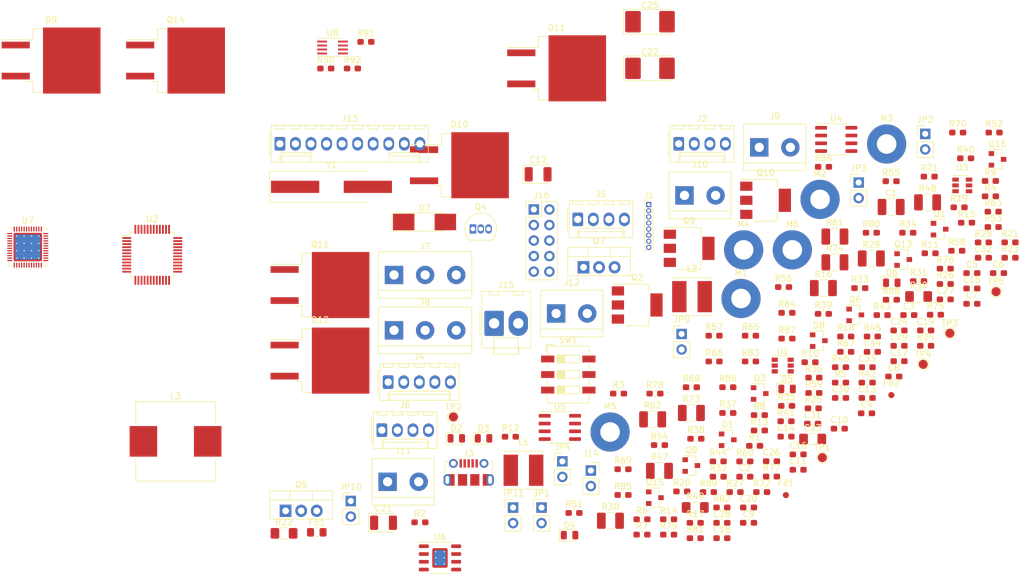
<source format=kicad_pcb>
(kicad_pcb (version 20171130) (host pcbnew 5.1.5-52549c5~84~ubuntu18.04.1)
  (layers (0 F.Cu signal) (31 B.Cu signal) (34 B.Paste user) (35 F.Paste user) (36 B.SilkS user) (37 F.SilkS user) (38 B.Mask user) (39 F.Mask user) (44 Edge.Cuts user))
  (net 0 "")
  (net 1 "Net-(C1-Pad1)")
  (net 2 GND)
  (net 3 RST)
  (net 4 OSC_IN)
  (net 5 OSC_OUT)
  (net 6 VCC)
  (net 7 "Net-(C8-Pad1)")
  (net 8 "Net-(C8-Pad2)")
  (net 9 +3.3VA)
  (net 10 "Net-(C12-Pad1)")
  (net 11 "Net-(C14-Pad1)")
  (net 12 PWR-)
  (net 13 "Net-(C15-Pad2)")
  (net 14 "Net-(C15-Pad1)")
  (net 15 "Net-(C16-Pad2)")
  (net 16 "Net-(C16-Pad1)")
  (net 17 "Net-(C17-Pad1)")
  (net 18 "Net-(C17-Pad2)")
  (net 19 VC8)
  (net 20 VC4)
  (net 21 +3V3)
  (net 22 "Net-(C22-Pad1)")
  (net 23 PCHG)
  (net 24 WKUP)
  (net 25 VC3)
  (net 26 VC7)
  (net 27 CS1)
  (net 28 CS2)
  (net 29 "Net-(C29-Pad1)")
  (net 30 "Net-(C29-Pad2)")
  (net 31 "Net-(C30-Pad2)")
  (net 32 VC6)
  (net 33 VC2)
  (net 34 VC5)
  (net 35 VC1)
  (net 36 +5F)
  (net 37 LED_G)
  (net 38 "Net-(D2-Pad2)")
  (net 39 LED_B)
  (net 40 "Net-(D3-Pad2)")
  (net 41 "Net-(D4-Pad2)")
  (net 42 LED_Y)
  (net 43 LED_R)
  (net 44 "Net-(D5-Pad2)")
  (net 45 "Net-(D6-Pad2)")
  (net 46 "Net-(D7-Pad1)")
  (net 47 PWR_OUT)
  (net 48 SPI_NSS)
  (net 49 SPI_CLK)
  (net 50 SPI_MISO)
  (net 51 SPI_MOSI)
  (net 52 ADC)
  (net 53 PWR_CTRL)
  (net 54 U1TX)
  (net 55 U1RX)
  (net 56 "Net-(J3-Pad2)")
  (net 57 VBUS)
  (net 58 "Net-(J3-Pad4)")
  (net 59 "Net-(J3-Pad3)")
  (net 60 SWDIO)
  (net 61 SWCLK)
  (net 62 PWR_CRTL)
  (net 63 "Net-(J5-Pad3)")
  (net 64 Data_H_A)
  (net 65 Data_L_B)
  (net 66 "Net-(J6-Pad3)")
  (net 67 PWR+)
  (net 68 LOAD+)
  (net 69 CHG)
  (net 70 LOAD-)
  (net 71 C1-)
  (net 72 C1)
  (net 73 C2)
  (net 74 C3)
  (net 75 C4)
  (net 76 C5)
  (net 77 C6)
  (net 78 C7)
  (net 79 C8)
  (net 80 "Net-(J13-Pad10)")
  (net 81 LOAD)
  (net 82 "Net-(JP4-Pad2)")
  (net 83 "Net-(Q2-Pad2)")
  (net 84 "Net-(Q2-Pad1)")
  (net 85 "Net-(Q3-Pad1)")
  (net 86 "Net-(Q3-Pad2)")
  (net 87 PWM)
  (net 88 "Net-(Q6-Pad1)")
  (net 89 "Net-(Q6-Pad3)")
  (net 90 "Net-(Q8-Pad2)")
  (net 91 "Net-(Q8-Pad1)")
  (net 92 "Net-(Q9-Pad1)")
  (net 93 "Net-(Q9-Pad2)")
  (net 94 "Net-(Q10-Pad2)")
  (net 95 "Net-(Q10-Pad1)")
  (net 96 "Net-(Q11-Pad1)")
  (net 97 "Net-(Q11-Pad2)")
  (net 98 "Net-(Q12-Pad1)")
  (net 99 "Net-(Q13-Pad2)")
  (net 100 "Net-(Q13-Pad1)")
  (net 101 "Net-(Q14-Pad1)")
  (net 102 "Net-(Q15-Pad1)")
  (net 103 "Net-(Q15-Pad2)")
  (net 104 "Net-(Q16-Pad1)")
  (net 105 "Net-(Q16-Pad2)")
  (net 106 "Net-(R2-Pad1)")
  (net 107 "Net-(R4-Pad1)")
  (net 108 "Net-(R5-Pad1)")
  (net 109 SDA)
  (net 110 SCL)
  (net 111 CAN_STB)
  (net 112 485_TX_EN)
  (net 113 CANL)
  (net 114 CANH)
  (net 115 485_B)
  (net 116 485_A)
  (net 117 "Net-(R23-Pad2)")
  (net 118 "Net-(R24-Pad2)")
  (net 119 CFG_ID)
  (net 120 "Net-(R27-Pad1)")
  (net 121 "Net-(R28-Pad1)")
  (net 122 CB8)
  (net 123 CB4)
  (net 124 CHG_CTRL)
  (net 125 ADC_PWR)
  (net 126 CB3)
  (net 127 CB7)
  (net 128 PCFET)
  (net 129 CFET)
  (net 130 CB6)
  (net 131 CB2)
  (net 132 CHMON)
  (net 133 DFET)
  (net 134 EOC)
  (net 135 SD)
  (net 136 PSD)
  (net 137 INT)
  (net 138 CB5)
  (net 139 CB1)
  (net 140 VC0)
  (net 141 FETSOFF)
  (net 142 LDMON)
  (net 143 BOOT0)
  (net 144 "Net-(TP4-Pad1)")
  (net 145 USB_DM)
  (net 146 USB_DP)
  (net 147 "Net-(U2-Pad4)")
  (net 148 GNDA)
  (net 149 U2TX)
  (net 150 U2RX)
  (net 151 "Net-(U2-Pad38)")
  (net 152 "Net-(U2-Pad41)")
  (net 153 CAN_TX)
  (net 154 CAN_RX)
  (net 155 "Net-(U4-Pad5)")
  (net 156 "Net-(U6-Pad6)")
  (net 157 "Net-(U7-Pad20)")
  (net 158 "Net-(U7-Pad21)")
  (net 159 "Net-(U7-Pad22)")
  (net 160 "Net-(U7-Pad23)")
  (net 161 "Net-(U7-Pad24)")
  (net 162 "Net-(U7-Pad31)")
  (net 163 "Net-(C23-Pad1)")
  (net 164 "Net-(D10-Pad4)")
  (net 165 "Net-(D9-Pad1)")
  (net 166 SDA_3.3)
  (net 167 SCL_3.3)
  (net 168 RGO)
  (net 169 "Net-(R92-Pad2)")
  (module Capacitor_SMD:C_1210_3225Metric_Pad1.42x2.65mm_HandSolder (layer F.Cu) (at 247.655001 82.345001)
    (fp_text reference C1 (at 0 -2.28) (layer F.SilkS))
    (fp_text value 2.2uF)
    (pad 1 smd roundrect (at -1.4875 0) (size 1.425 2.65) (layers F.Cu F.Paste F.Mask) (roundrect_rratio 0.175439) (net 1 "Net-(C1-Pad1)"))
    (pad 2 smd roundrect (at 1.4875 0) (size 1.425 2.65) (layers F.Cu F.Paste F.Mask) (roundrect_rratio 0.175439) (net 2 GND))
  )
  (module Capacitor_SMD:C_0603_1608Metric_Pad1.05x0.95mm_HandSolder (layer F.Cu) (at 223.775001 126.435001)
    (fp_text reference C2 (at 0 -1.43) (layer F.SilkS))
    (fp_text value 0.1uF)
    (pad 2 smd roundrect (at 0.875 0) (size 1.05 0.95) (layers F.Cu F.Paste F.Mask) (net 2 GND))
    (pad 1 smd roundrect (at -0.875 0) (size 1.05 0.95) (layers F.Cu F.Paste F.Mask) (net 3 RST))
  )
  (module Capacitor_SMD:C_0603_1608Metric_Pad1.05x0.95mm_HandSolder (layer F.Cu) (at 250.545001 100.015001)
    (fp_text reference C3 (at 0 -1.43) (layer F.SilkS))
    (fp_text value 100nF)
    (pad 2 smd roundrect (at 0.875 0) (size 1.05 0.95) (layers F.Cu F.Paste F.Mask) (net 2 GND))
    (pad 1 smd roundrect (at -0.875 0) (size 1.05 0.95) (layers F.Cu F.Paste F.Mask) (net 1 "Net-(C1-Pad1)"))
  )
  (module Capacitor_SMD:C_0603_1608Metric_Pad1.05x0.95mm_HandSolder (layer F.Cu) (at 243.645001 116.065001)
    (fp_text reference C4 (at 0 -1.43) (layer F.SilkS))
    (fp_text value 18pF)
    (pad 2 smd roundrect (at 0.875 0) (size 1.05 0.95) (layers F.Cu F.Paste F.Mask) (net 2 GND))
    (pad 1 smd roundrect (at -0.875 0) (size 1.05 0.95) (layers F.Cu F.Paste F.Mask) (net 4 OSC_IN))
  )
  (module Capacitor_SMD:C_0603_1608Metric_Pad1.05x0.95mm_HandSolder (layer F.Cu) (at 260.845001 93.155001)
    (fp_text reference C5 (at 0 -1.43) (layer F.SilkS))
    (fp_text value 18pF)
    (pad 2 smd roundrect (at 0.875 0) (size 1.05 0.95) (layers F.Cu F.Paste F.Mask) (net 2 GND))
    (pad 1 smd roundrect (at -0.875 0) (size 1.05 0.95) (layers F.Cu F.Paste F.Mask) (net 5 OSC_OUT))
  )
  (module Capacitor_SMD:C_0603_1608Metric_Pad1.05x0.95mm_HandSolder (layer F.Cu) (at 265.195001 93.155001)
    (fp_text reference C6 (at 0 -1.43) (layer F.SilkS))
    (fp_text value 0.1uF)
    (pad 1 smd roundrect (at -0.875 0) (size 1.05 0.95) (layers F.Cu F.Paste F.Mask) (net 6 VCC))
    (pad 2 smd roundrect (at 0.875 0) (size 1.05 0.95) (layers F.Cu F.Paste F.Mask) (net 2 GND))
  )
  (module Capacitor_SMD:C_0603_1608Metric_Pad1.05x0.95mm_HandSolder (layer F.Cu) (at 260.845001 98.175001)
    (fp_text reference C7 (at 0 -1.43) (layer F.SilkS))
    (fp_text value 0.1uF)
    (pad 2 smd roundrect (at 0.875 0) (size 1.05 0.95) (layers F.Cu F.Paste F.Mask) (net 2 GND))
    (pad 1 smd roundrect (at -0.875 0) (size 1.05 0.95) (layers F.Cu F.Paste F.Mask) (net 6 VCC))
  )
  (module Capacitor_SMD:C_0603_1608Metric_Pad1.05x0.95mm_HandSolder (layer F.Cu) (at 248.095001 110.055001)
    (fp_text reference C8 (at 0 -1.43) (layer F.SilkS))
    (fp_text value 100nF)
    (pad 1 smd roundrect (at -0.875 0) (size 1.05 0.95) (layers F.Cu F.Paste F.Mask) (net 7 "Net-(C8-Pad1)"))
    (pad 2 smd roundrect (at 0.875 0) (size 1.05 0.95) (layers F.Cu F.Paste F.Mask) (net 8 "Net-(C8-Pad2)"))
  )
  (module Capacitor_SMD:C_0603_1608Metric_Pad1.05x0.95mm_HandSolder (layer F.Cu) (at 224.375001 133.965001)
    (fp_text reference C9 (at 0 -1.43) (layer F.SilkS))
    (fp_text value 0.1uF)
    (pad 1 smd roundrect (at -0.875 0) (size 1.05 0.95) (layers F.Cu F.Paste F.Mask) (net 6 VCC))
    (pad 2 smd roundrect (at 0.875 0) (size 1.05 0.95) (layers F.Cu F.Paste F.Mask) (net 2 GND))
  )
  (module Capacitor_SMD:C_0603_1608Metric_Pad1.05x0.95mm_HandSolder (layer F.Cu) (at 239.195001 118.575001)
    (fp_text reference C10 (at 0 -1.43) (layer F.SilkS))
    (fp_text value 0.1uF)
    (pad 1 smd roundrect (at -0.875 0) (size 1.05 0.95) (layers F.Cu F.Paste F.Mask) (net 9 +3.3VA))
    (pad 2 smd roundrect (at 0.875 0) (size 1.05 0.95) (layers F.Cu F.Paste F.Mask) (net 2 GND))
  )
  (module Capacitor_SMD:C_0603_1608Metric_Pad1.05x0.95mm_HandSolder (layer F.Cu) (at 232.475001 125.295001)
    (fp_text reference C11 (at 0 -1.43) (layer F.SilkS))
    (fp_text value 0.1uF)
    (pad 1 smd roundrect (at -0.875 0) (size 1.05 0.95) (layers F.Cu F.Paste F.Mask) (net 2 GND))
    (pad 2 smd roundrect (at 0.875 0) (size 1.05 0.95) (layers F.Cu F.Paste F.Mask) (net 6 VCC))
  )
  (module Capacitor_Tantalum_SMD:CP_EIA-3528-21_Kemet-B (layer F.Cu) (at 190.010001 77.005001)
    (fp_text reference C12 (at 0 -2.35) (layer F.SilkS))
    (fp_text value 22uF)
    (pad 2 smd roundrect (at 1.5375 0) (size 1.325 2.35) (layers F.Cu F.Paste F.Mask) (roundrect_rratio 0.188679) (net 2 GND))
    (pad 1 smd roundrect (at -1.5375 0) (size 1.325 2.35) (layers F.Cu F.Paste F.Mask) (roundrect_rratio 0.188679) (net 10 "Net-(C12-Pad1)"))
  )
  (module Capacitor_SMD:C_0603_1608Metric_Pad1.05x0.95mm_HandSolder (layer F.Cu) (at 243.745001 113.555001)
    (fp_text reference C13 (at 0 -1.43) (layer F.SilkS))
    (fp_text value 0.1uF)
    (pad 1 smd roundrect (at -0.875 0) (size 1.05 0.95) (layers F.Cu F.Paste F.Mask) (net 2 GND))
    (pad 2 smd roundrect (at 0.875 0) (size 1.05 0.95) (layers F.Cu F.Paste F.Mask) (net 6 VCC))
  )
  (module Capacitor_SMD:C_0603_1608Metric_Pad1.05x0.95mm_HandSolder (layer F.Cu) (at 230.495001 119.875001)
    (fp_text reference C14 (at 0 -1.43) (layer F.SilkS))
    (fp_text value 2.2uF)
    (pad 1 smd roundrect (at -0.875 0) (size 1.05 0.95) (layers F.Cu F.Paste F.Mask) (net 11 "Net-(C14-Pad1)"))
    (pad 2 smd roundrect (at 0.875 0) (size 1.05 0.95) (layers F.Cu F.Paste F.Mask) (net 12 PWR-))
  )
  (module Capacitor_SMD:C_0603_1608Metric_Pad1.05x0.95mm_HandSolder (layer F.Cu) (at 260.845001 95.665001)
    (fp_text reference C15 (at 0 -1.43) (layer F.SilkS))
    (fp_text value 2.2nF)
    (pad 2 smd roundrect (at 0.875 0) (size 1.05 0.95) (layers F.Cu F.Paste F.Mask) (net 13 "Net-(C15-Pad2)"))
    (pad 1 smd roundrect (at -0.875 0) (size 1.05 0.95) (layers F.Cu F.Paste F.Mask) (net 14 "Net-(C15-Pad1)"))
  )
  (module Capacitor_SMD:C_0603_1608Metric_Pad1.05x0.95mm_HandSolder (layer F.Cu) (at 232.475001 122.785001)
    (fp_text reference C16 (at 0 -1.43) (layer F.SilkS))
    (fp_text value 1nF)
    (pad 2 smd roundrect (at 0.875 0) (size 1.05 0.95) (layers F.Cu F.Paste F.Mask) (net 15 "Net-(C16-Pad2)"))
    (pad 1 smd roundrect (at -0.875 0) (size 1.05 0.95) (layers F.Cu F.Paste F.Mask) (net 16 "Net-(C16-Pad1)"))
  )
  (module Capacitor_SMD:C_0603_1608Metric_Pad1.05x0.95mm_HandSolder (layer F.Cu) (at 248.945001 107.545001)
    (fp_text reference C17 (at 0 -1.43) (layer F.SilkS))
    (fp_text value 100pF)
    (pad 1 smd roundrect (at -0.875 0) (size 1.05 0.95) (layers F.Cu F.Paste F.Mask) (net 17 "Net-(C17-Pad1)"))
    (pad 2 smd roundrect (at 0.875 0) (size 1.05 0.95) (layers F.Cu F.Paste F.Mask) (net 18 "Net-(C17-Pad2)"))
  )
  (module Capacitor_SMD:C_0603_1608Metric_Pad1.05x0.95mm_HandSolder (layer F.Cu) (at 220.025001 136.475001)
    (fp_text reference C18 (at 0 -1.43) (layer F.SilkS))
    (fp_text value 47nF)
    (pad 1 smd roundrect (at -0.875 0) (size 1.05 0.95) (layers F.Cu F.Paste F.Mask) (net 19 VC8))
    (pad 2 smd roundrect (at 0.875 0) (size 1.05 0.95) (layers F.Cu F.Paste F.Mask) (net 2 GND))
  )
  (module Capacitor_SMD:C_0603_1608Metric_Pad1.05x0.95mm_HandSolder (layer F.Cu) (at 253.295001 102.525001)
    (fp_text reference C19 (at 0 -1.43) (layer F.SilkS))
    (fp_text value 47nF)
    (pad 2 smd roundrect (at 0.875 0) (size 1.05 0.95) (layers F.Cu F.Paste F.Mask) (net 2 GND))
    (pad 1 smd roundrect (at -0.875 0) (size 1.05 0.95) (layers F.Cu F.Paste F.Mask) (net 20 VC4))
  )
  (module Capacitor_SMD:C_0603_1608Metric_Pad1.05x0.95mm_HandSolder (layer F.Cu) (at 224.375001 131.455001)
    (fp_text reference C20 (at 0 -1.43) (layer F.SilkS))
    (fp_text value 2.2nF)
    (pad 2 smd roundrect (at 0.875 0) (size 1.05 0.95) (layers F.Cu F.Paste F.Mask) (net 21 +3V3))
    (pad 1 smd roundrect (at -0.875 0) (size 1.05 0.95) (layers F.Cu F.Paste F.Mask) (net 18 "Net-(C17-Pad2)"))
  )
  (module Capacitor_Tantalum_SMD:CP_EIA-3528-21_Kemet-B (layer F.Cu) (at 164.770001 133.955001)
    (fp_text reference C21 (at 0 -2.35) (layer F.SilkS))
    (fp_text value 47uF)
    (pad 1 smd roundrect (at -1.5375 0) (size 1.325 2.35) (layers F.Cu F.Paste F.Mask) (roundrect_rratio 0.188679) (net 21 +3V3))
    (pad 2 smd roundrect (at 1.5375 0) (size 1.325 2.35) (layers F.Cu F.Paste F.Mask) (roundrect_rratio 0.188679) (net 12 PWR-))
  )
  (module Capacitor_SMD:C_0603_1608Metric_Pad1.05x0.95mm_HandSolder (layer F.Cu) (at 248.945001 102.525001)
    (fp_text reference C24 (at 0 -1.43) (layer F.SilkS))
    (fp_text value 0.1uF)
    (pad 2 smd roundrect (at 0.875 0) (size 1.05 0.95) (layers F.Cu F.Paste F.Mask) (net 2 GND))
    (pad 1 smd roundrect (at -0.875 0) (size 1.05 0.95) (layers F.Cu F.Paste F.Mask) (net 24 WKUP))
  )
  (module Capacitor_SMD:C_0603_1608Metric_Pad1.05x0.95mm_HandSolder (layer F.Cu) (at 228.125001 123.895001)
    (fp_text reference C26 (at 0 -1.43) (layer F.SilkS))
    (fp_text value 47nF)
    (pad 1 smd roundrect (at -0.875 0) (size 1.05 0.95) (layers F.Cu F.Paste F.Mask) (net 25 VC3))
    (pad 2 smd roundrect (at 0.875 0) (size 1.05 0.95) (layers F.Cu F.Paste F.Mask) (net 2 GND))
  )
  (module Capacitor_SMD:C_0603_1608Metric_Pad1.05x0.95mm_HandSolder (layer F.Cu) (at 256.495001 97.445001)
    (fp_text reference C27 (at 0 -1.43) (layer F.SilkS))
    (fp_text value 47nF)
    (pad 1 smd roundrect (at -0.875 0) (size 1.05 0.95) (layers F.Cu F.Paste F.Mask) (net 26 VC7))
    (pad 2 smd roundrect (at 0.875 0) (size 1.05 0.95) (layers F.Cu F.Paste F.Mask) (net 2 GND))
  )
  (module Capacitor_SMD:C_0603_1608Metric_Pad1.05x0.95mm_HandSolder (layer F.Cu) (at 220.025001 133.965001)
    (fp_text reference C28 (at 0 -1.43) (layer F.SilkS))
    (fp_text value 4.7nF)
    (pad 1 smd roundrect (at -0.875 0) (size 1.05 0.95) (layers F.Cu F.Paste F.Mask) (net 27 CS1))
    (pad 2 smd roundrect (at 0.875 0) (size 1.05 0.95) (layers F.Cu F.Paste F.Mask) (net 28 CS2))
  )
  (module Capacitor_SMD:C_0603_1608Metric_Pad1.05x0.95mm_HandSolder (layer F.Cu) (at 248.945001 105.035001)
    (fp_text reference C29 (at 0 -1.43) (layer F.SilkS))
    (fp_text value 4.7nF)
    (pad 1 smd roundrect (at -0.875 0) (size 1.05 0.95) (layers F.Cu F.Paste F.Mask) (net 29 "Net-(C29-Pad1)"))
    (pad 2 smd roundrect (at 0.875 0) (size 1.05 0.95) (layers F.Cu F.Paste F.Mask) (net 30 "Net-(C29-Pad2)"))
  )
  (module Capacitor_SMD:C_0603_1608Metric_Pad1.05x0.95mm_HandSolder (layer F.Cu) (at 239.395001 113.555001)
    (fp_text reference C30 (at 0 -1.43) (layer F.SilkS))
    (fp_text value 4.7nF)
    (pad 2 smd roundrect (at 0.875 0) (size 1.05 0.95) (layers F.Cu F.Paste F.Mask) (net 31 "Net-(C30-Pad2)"))
    (pad 1 smd roundrect (at -0.875 0) (size 1.05 0.95) (layers F.Cu F.Paste F.Mask) (net 28 CS2))
  )
  (module Capacitor_SMD:C_0603_1608Metric_Pad1.05x0.95mm_HandSolder (layer F.Cu) (at 234.845001 117.765001)
    (fp_text reference C31 (at 0 -1.43) (layer F.SilkS))
    (fp_text value 47nF)
    (pad 2 smd roundrect (at 0.875 0) (size 1.05 0.95) (layers F.Cu F.Paste F.Mask) (net 2 GND))
    (pad 1 smd roundrect (at -0.875 0) (size 1.05 0.95) (layers F.Cu F.Paste F.Mask) (net 32 VC6))
  )
  (module Capacitor_SMD:C_0603_1608Metric_Pad1.05x0.95mm_HandSolder (layer F.Cu) (at 262.725001 90.645001)
    (fp_text reference C32 (at 0 -1.43) (layer F.SilkS))
    (fp_text value 47nF)
    (pad 2 smd roundrect (at 0.875 0) (size 1.05 0.95) (layers F.Cu F.Paste F.Mask) (net 2 GND))
    (pad 1 smd roundrect (at -0.875 0) (size 1.05 0.95) (layers F.Cu F.Paste F.Mask) (net 33 VC2))
  )
  (module Capacitor_SMD:C_0603_1608Metric_Pad1.05x0.95mm_HandSolder (layer F.Cu) (at 243.745001 108.535001)
    (fp_text reference C33 (at 0 -1.43) (layer F.SilkS))
    (fp_text value 47nF)
    (pad 1 smd roundrect (at -0.875 0) (size 1.05 0.95) (layers F.Cu F.Paste F.Mask) (net 34 VC5))
    (pad 2 smd roundrect (at 0.875 0) (size 1.05 0.95) (layers F.Cu F.Paste F.Mask) (net 2 GND))
  )
  (module Capacitor_SMD:C_0603_1608Metric_Pad1.05x0.95mm_HandSolder (layer F.Cu) (at 244.595001 106.025001)
    (fp_text reference C34 (at 0 -1.43) (layer F.SilkS))
    (fp_text value 47nF)
    (pad 1 smd roundrect (at -0.875 0) (size 1.05 0.95) (layers F.Cu F.Paste F.Mask) (net 35 VC1))
    (pad 2 smd roundrect (at 0.875 0) (size 1.05 0.95) (layers F.Cu F.Paste F.Mask) (net 2 GND))
  )
  (module Package_TO_SOT_SMD:SOT-23 (layer F.Cu) (at 220.975001 120.395001)
    (fp_text reference D1 (at 0 -2.5) (layer F.SilkS))
    (fp_text value BAV70)
    (pad 3 smd rect (at 1 0) (size 0.9 0.8) (layers F.Cu F.Paste F.Mask) (net 1 "Net-(C1-Pad1)"))
    (pad 2 smd rect (at -1 0.95) (size 0.9 0.8) (layers F.Cu F.Paste F.Mask) (net 36 +5F))
    (pad 1 smd rect (at -1 -0.95) (size 0.9 0.8) (layers F.Cu F.Paste F.Mask) (net 27 CS1))
  )
  (module LED_SMD:LED_0805_2012Metric (layer F.Cu) (at 176.655001 120.160001)
    (fp_text reference D2 (at 0 -1.65) (layer F.SilkS))
    (fp_text value LED)
    (pad 1 smd roundrect (at -0.9375 0) (size 0.975 1.4) (layers F.Cu F.Paste F.Mask) (net 37 LED_G))
    (pad 2 smd roundrect (at 0.9375 0) (size 0.975 1.4) (layers F.Cu F.Paste F.Mask) (net 38 "Net-(D2-Pad2)"))
  )
  (module LED_SMD:LED_0805_2012Metric (layer F.Cu) (at 181.105001 120.160001)
    (fp_text reference D3 (at 0 -1.65) (layer F.SilkS))
    (fp_text value LED)
    (pad 1 smd roundrect (at -0.9375 0) (size 0.975 1.4) (layers F.Cu F.Paste F.Mask) (net 39 LED_B))
    (pad 2 smd roundrect (at 0.9375 0) (size 0.975 1.4) (layers F.Cu F.Paste F.Mask) (net 40 "Net-(D3-Pad2)"))
  )
  (module LED_SMD:LED_0805_2012Metric (layer F.Cu) (at 195.145001 135.980001)
    (fp_text reference D4 (at 0 -1.65) (layer F.SilkS))
    (fp_text value LED)
    (pad 2 smd roundrect (at 0.9375 0) (size 0.975 1.4) (layers F.Cu F.Paste F.Mask) (net 41 "Net-(D4-Pad2)"))
    (pad 1 smd roundrect (at -0.9375 0) (size 0.975 1.4) (layers F.Cu F.Paste F.Mask) (net 42 LED_Y))
  )
  (module LED_SMD:LED_0805_2012Metric (layer F.Cu) (at 230.665001 112.080001)
    (fp_text reference D5 (at 0 -1.65) (layer F.SilkS))
    (fp_text value LED)
    (pad 1 smd roundrect (at -0.9375 0) (size 0.975 1.4) (layers F.Cu F.Paste F.Mask) (net 43 LED_R))
    (pad 2 smd roundrect (at 0.9375 0) (size 0.975 1.4) (layers F.Cu F.Paste F.Mask) (net 44 "Net-(D5-Pad2)"))
  )
  (module LED_SMD:LED_0805_2012Metric (layer F.Cu) (at 247.765001 94.730001)
    (fp_text reference D6 (at 0 -1.65) (layer F.SilkS))
    (fp_text value LED)
    (pad 2 smd roundrect (at 0.9375 0) (size 0.975 1.4) (layers F.Cu F.Paste F.Mask) (net 45 "Net-(D6-Pad2)"))
    (pad 1 smd roundrect (at -0.9375 0) (size 0.975 1.4) (layers F.Cu F.Paste F.Mask) (net 2 GND))
  )
  (module Diode_SMD:D_MELF_Handsoldering (layer F.Cu) (at 171.465001 84.805001)
    (fp_text reference D7 (at 0 -2.25) (layer F.SilkS))
    (fp_text value 100V)
    (pad 1 smd rect (at -3.4 0) (size 3.5 2.7) (layers F.Cu F.Paste F.Mask) (net 46 "Net-(D7-Pad1)"))
    (pad 2 smd rect (at 3.4 0) (size 3.5 2.7) (layers F.Cu F.Paste F.Mask) (net 12 PWR-))
  )
  (module Package_TO_SOT_SMD:SOT-23 (layer F.Cu) (at 235.845001 104.195001)
    (fp_text reference D8 (at 0 -2.5) (layer F.SilkS))
    (fp_text value BAV70)
    (pad 3 smd rect (at 1 0) (size 0.9 0.8) (layers F.Cu F.Paste F.Mask) (net 6 VCC))
    (pad 2 smd rect (at -1 0.95) (size 0.9 0.8) (layers F.Cu F.Paste F.Mask) (net 21 +3V3))
    (pad 1 smd rect (at -1 -0.95) (size 0.9 0.8) (layers F.Cu F.Paste F.Mask) (net 21 +3V3))
  )
  (module Inductor_SMD:L_0805_2012Metric_Pad1.15x1.40mm_HandSolder (layer F.Cu) (at 153.875001 135.515001)
    (fp_text reference FB1 (at 0 -1.65) (layer F.SilkS))
    (fp_text value Ferrite_Bead_Small)
    (pad 1 smd roundrect (at -1.025 0) (size 1.15 1.4) (layers F.Cu F.Paste F.Mask) (roundrect_rratio 0.217391) (net 9 +3.3VA))
    (pad 2 smd roundrect (at 1.025 0) (size 1.15 1.4) (layers F.Cu F.Paste F.Mask) (roundrect_rratio 0.217391) (net 6 VCC))
  )
  (module Fiducial:Fiducial_1mm_Mask2mm (layer F.Cu) (at 230.475001 129.435001)
    (fp_text reference Fd1 (at 0 -2) (layer F.SilkS))
    (fp_text value MountingHole)
    (pad "" smd circle (at 0 0) (size 1 1) (layers F.Cu F.Mask) (clearance 0.5))
  )
  (module Fiducial:Fiducial_1mm_Mask2mm (layer F.Cu) (at 247.695001 113.085001)
    (fp_text reference Fd2 (at 0 -2) (layer F.SilkS))
    (fp_text value MountingHole)
    (pad "" smd circle (at 0 0) (size 1 1) (layers F.Cu F.Mask) (clearance 0.5))
  )
  (module Connector_PinHeader_1.00mm:PinHeader_1x08_P1.00mm_Vertical (layer F.Cu) (at 208.075001 81.955001)
    (fp_text reference J1 (at 0 -1.56) (layer F.SilkS))
    (fp_text value Conn_01x08)
    (pad 1 thru_hole rect (at 0 0) (size 0.85 0.85) (drill 0.5) (layers *.Cu *.Mask) (net 6 VCC))
    (pad 2 thru_hole oval (at 0 1) (size 0.85 0.85) (drill 0.5) (layers *.Cu *.Mask) (net 48 SPI_NSS))
    (pad 3 thru_hole oval (at 0 2) (size 0.85 0.85) (drill 0.5) (layers *.Cu *.Mask) (net 49 SPI_CLK))
    (pad 4 thru_hole oval (at 0 3) (size 0.85 0.85) (drill 0.5) (layers *.Cu *.Mask) (net 50 SPI_MISO))
    (pad 5 thru_hole oval (at 0 4) (size 0.85 0.85) (drill 0.5) (layers *.Cu *.Mask) (net 51 SPI_MOSI))
    (pad 6 thru_hole oval (at 0 5) (size 0.85 0.85) (drill 0.5) (layers *.Cu *.Mask) (net 52 ADC))
    (pad 7 thru_hole oval (at 0 6) (size 0.85 0.85) (drill 0.5) (layers *.Cu *.Mask) (net 53 PWR_CTRL))
    (pad 8 thru_hole oval (at 0 7) (size 0.85 0.85) (drill 0.5) (layers *.Cu *.Mask) (net 2 GND))
  )
  (module Connector_Molex:Molex_KK-254_AE-6410-04A_1x04_P2.54mm_Vertical (layer F.Cu) (at 212.975001 72.025001)
    (fp_text reference J2 (at 3.81 -4.12) (layer F.SilkS))
    (fp_text value Conn_01x04)
    (pad 1 thru_hole roundrect (at 0 0) (size 1.74 2.2) (drill 1.2) (layers *.Cu *.Mask) (roundrect_rratio 0.143678) (net 6 VCC))
    (pad 2 thru_hole oval (at 2.54 0) (size 1.74 2.2) (drill 1.2) (layers *.Cu *.Mask) (net 54 U1TX))
    (pad 3 thru_hole oval (at 5.08 0) (size 1.74 2.2) (drill 1.2) (layers *.Cu *.Mask) (net 55 U1RX))
    (pad 4 thru_hole oval (at 7.62 0) (size 1.74 2.2) (drill 1.2) (layers *.Cu *.Mask) (net 2 GND))
  )
  (module Connector_USB:USB_Micro-B_Molex-105017-0001 (layer F.Cu) (at 178.675001 125.715001)
    (fp_text reference J3 (at 0 -3.1125) (layer F.SilkS))
    (fp_text value USB_B_Micro)
    (pad 6 smd rect (at 1 1.2375) (size 1.5 1.9) (layers F.Cu F.Paste F.Mask) (net 2 GND))
    (pad 6 thru_hole circle (at -2.5 -1.4625) (size 1.45 1.45) (drill 0.85) (layers *.Cu *.Mask) (net 2 GND))
    (pad 2 smd rect (at -0.65 -1.4625) (size 0.4 1.35) (layers F.Cu F.Paste F.Mask) (net 56 "Net-(J3-Pad2)"))
    (pad 1 smd rect (at -1.3 -1.4625) (size 0.4 1.35) (layers F.Cu F.Paste F.Mask) (net 57 VBUS))
    (pad 5 smd rect (at 1.3 -1.4625) (size 0.4 1.35) (layers F.Cu F.Paste F.Mask) (net 2 GND))
    (pad 4 smd rect (at 0.65 -1.4625) (size 0.4 1.35) (layers F.Cu F.Paste F.Mask) (net 58 "Net-(J3-Pad4)"))
    (pad 3 smd rect (at 0 -1.4625) (size 0.4 1.35) (layers F.Cu F.Paste F.Mask) (net 59 "Net-(J3-Pad3)"))
    (pad 6 thru_hole circle (at 2.5 -1.4625) (size 1.45 1.45) (drill 0.85) (layers *.Cu *.Mask) (net 2 GND))
    (pad 6 smd rect (at -1 1.2375) (size 1.5 1.9) (layers F.Cu F.Paste F.Mask) (net 2 GND))
    (pad 6 thru_hole oval (at -3.5 1.2375 180) (size 1.2 1.9) (drill oval 0.6 1.3) (layers *.Cu *.Mask) (net 2 GND))
    (pad 6 thru_hole oval (at 3.5 1.2375) (size 1.2 1.9) (drill oval 0.6 1.3) (layers *.Cu *.Mask) (net 2 GND))
    (pad 6 smd rect (at 2.9 1.2375) (size 1.2 1.9) (layers F.Cu F.Mask) (net 2 GND))
    (pad 6 smd rect (at -2.9 1.2375) (size 1.2 1.9) (layers F.Cu F.Mask) (net 2 GND))
  )
  (module Connector_Molex:Molex_KK-254_AE-6410-05A_1x05_P2.54mm_Vertical (layer F.Cu) (at 165.535001 110.975001)
    (fp_text reference J4 (at 5.08 -4.12) (layer F.SilkS))
    (fp_text value Conn_01x05)
    (pad 1 thru_hole roundrect (at 0 0) (size 1.74 2.2) (drill 1.2) (layers *.Cu *.Mask) (roundrect_rratio 0.143678) (net 6 VCC))
    (pad 2 thru_hole oval (at 2.54 0) (size 1.74 2.2) (drill 1.2) (layers *.Cu *.Mask) (net 60 SWDIO))
    (pad 3 thru_hole oval (at 5.08 0) (size 1.74 2.2) (drill 1.2) (layers *.Cu *.Mask) (net 2 GND))
    (pad 4 thru_hole oval (at 7.62 0) (size 1.74 2.2) (drill 1.2) (layers *.Cu *.Mask) (net 61 SWCLK))
    (pad 5 thru_hole oval (at 10.16 0) (size 1.74 2.2) (drill 1.2) (layers *.Cu *.Mask) (net 3 RST))
  )
  (module Connector_Molex:Molex_KK-254_AE-6410-04A_1x04_P2.54mm_Vertical (layer F.Cu) (at 196.485001 84.375001)
    (fp_text reference J5 (at 3.81 -4.12) (layer F.SilkS))
    (fp_text value Conn_01x04)
    (pad 4 thru_hole oval (at 7.62 0) (size 1.74 2.2) (drill 1.2) (layers *.Cu *.Mask) (net 62 PWR_CRTL))
    (pad 3 thru_hole oval (at 5.08 0) (size 1.74 2.2) (drill 1.2) (layers *.Cu *.Mask) (net 63 "Net-(J5-Pad3)"))
    (pad 2 thru_hole oval (at 2.54 0) (size 1.74 2.2) (drill 1.2) (layers *.Cu *.Mask) (net 64 Data_H_A))
    (pad 1 thru_hole roundrect (at 0 0) (size 1.74 2.2) (drill 1.2) (layers *.Cu *.Mask) (roundrect_rratio 0.143678) (net 65 Data_L_B))
  )
  (module Connector_Molex:Molex_KK-254_AE-6410-04A_1x04_P2.54mm_Vertical (layer F.Cu) (at 164.495001 118.825001)
    (fp_text reference J6 (at 3.81 -4.12) (layer F.SilkS))
    (fp_text value Conn_01x04)
    (pad 1 thru_hole roundrect (at 0 0) (size 1.74 2.2) (drill 1.2) (layers *.Cu *.Mask) (roundrect_rratio 0.143678) (net 65 Data_L_B))
    (pad 2 thru_hole oval (at 2.54 0) (size 1.74 2.2) (drill 1.2) (layers *.Cu *.Mask) (net 64 Data_H_A))
    (pad 3 thru_hole oval (at 5.08 0) (size 1.74 2.2) (drill 1.2) (layers *.Cu *.Mask) (net 66 "Net-(J6-Pad3)"))
    (pad 4 thru_hole oval (at 7.62 0) (size 1.74 2.2) (drill 1.2) (layers *.Cu *.Mask) (net 62 PWR_CRTL))
  )
  (module TerminalBlock:TerminalBlock_bornier-3_P5.08mm (layer F.Cu) (at 166.485001 93.455001)
    (fp_text reference J7 (at 5.05 -4.65) (layer F.SilkS))
    (fp_text value Conn_01x03)
    (pad 1 thru_hole rect (at 0 0) (size 3 3) (drill 1.52) (layers *.Cu *.Mask) (net 67 PWR+))
    (pad 2 thru_hole circle (at 5.08 0) (size 3 3) (drill 1.52) (layers *.Cu *.Mask) (net 23 PCHG))
    (pad 3 thru_hole circle (at 10.16 0) (size 3 3) (drill 1.52) (layers *.Cu *.Mask) (net 68 LOAD+))
  )
  (module TerminalBlock:TerminalBlock_bornier-3_P5.08mm (layer F.Cu) (at 166.485001 102.505001)
    (fp_text reference J8 (at 5.05 -4.65) (layer F.SilkS))
    (fp_text value Conn_01x03)
    (pad 3 thru_hole circle (at 10.16 0) (size 3 3) (drill 1.52) (layers *.Cu *.Mask) (net 68 LOAD+))
    (pad 2 thru_hole circle (at 5.08 0) (size 3 3) (drill 1.52) (layers *.Cu *.Mask) (net 23 PCHG))
    (pad 1 thru_hole rect (at 0 0) (size 3 3) (drill 1.52) (layers *.Cu *.Mask) (net 67 PWR+))
  )
  (module TerminalBlock:TerminalBlock_bornier-2_P5.08mm (layer F.Cu) (at 226.125001 72.605001)
    (fp_text reference J9 (at 2.54 -5.08) (layer F.SilkS))
    (fp_text value Conn_01x02)
    (pad 1 thru_hole rect (at 0 0) (size 3 3) (drill 1.52) (layers *.Cu *.Mask) (net 69 CHG))
    (pad 2 thru_hole circle (at 5.08 0) (size 3 3) (drill 1.52) (layers *.Cu *.Mask) (net 27 CS1))
  )
  (module TerminalBlock:TerminalBlock_bornier-2_P5.08mm (layer F.Cu) (at 213.915001 80.455001)
    (fp_text reference J10 (at 2.54 -5.08) (layer F.SilkS))
    (fp_text value Conn_01x02)
    (pad 2 thru_hole circle (at 5.08 0) (size 3 3) (drill 1.52) (layers *.Cu *.Mask) (net 2 GND))
    (pad 1 thru_hole rect (at 0 0) (size 3 3) (drill 1.52) (layers *.Cu *.Mask) (net 2 GND))
  )
  (module TerminalBlock:TerminalBlock_bornier-2_P5.08mm (layer F.Cu) (at 165.435001 127.255001)
    (fp_text reference J11 (at 2.54 -5.08) (layer F.SilkS))
    (fp_text value Conn_01x02)
    (pad 2 thru_hole circle (at 5.08 0) (size 3 3) (drill 1.52) (layers *.Cu *.Mask) (net 12 PWR-))
    (pad 1 thru_hole rect (at 0 0) (size 3 3) (drill 1.52) (layers *.Cu *.Mask) (net 67 PWR+))
  )
  (module TerminalBlock:TerminalBlock_bornier-2_P5.08mm (layer F.Cu) (at 192.955001 99.755001)
    (fp_text reference J12 (at 2.54 -5.08) (layer F.SilkS))
    (fp_text value Conn_01x02)
    (pad 1 thru_hole rect (at 0 0) (size 3 3) (drill 1.52) (layers *.Cu *.Mask) (net 68 LOAD+))
    (pad 2 thru_hole circle (at 5.08 0) (size 3 3) (drill 1.52) (layers *.Cu *.Mask) (net 70 LOAD-))
  )
  (module Connector_Molex:Molex_KK-254_AE-6410-10A_1x10_P2.54mm_Vertical (layer F.Cu) (at 147.845001 72.025001)
    (fp_text reference J13 (at 11.43 -4.12) (layer F.SilkS))
    (fp_text value Conn_01x10)
    (pad 1 thru_hole roundrect (at 0 0) (size 1.74 2.2) (drill 1.2) (layers *.Cu *.Mask) (roundrect_rratio 0.143678) (net 71 C1-))
    (pad 2 thru_hole oval (at 2.54 0) (size 1.74 2.2) (drill 1.2) (layers *.Cu *.Mask) (net 72 C1))
    (pad 3 thru_hole oval (at 5.08 0) (size 1.74 2.2) (drill 1.2) (layers *.Cu *.Mask) (net 73 C2))
    (pad 4 thru_hole oval (at 7.62 0) (size 1.74 2.2) (drill 1.2) (layers *.Cu *.Mask) (net 74 C3))
    (pad 5 thru_hole oval (at 10.16 0) (size 1.74 2.2) (drill 1.2) (layers *.Cu *.Mask) (net 75 C4))
    (pad 6 thru_hole oval (at 12.7 0) (size 1.74 2.2) (drill 1.2) (layers *.Cu *.Mask) (net 76 C5))
    (pad 7 thru_hole oval (at 15.24 0) (size 1.74 2.2) (drill 1.2) (layers *.Cu *.Mask) (net 77 C6))
    (pad 8 thru_hole oval (at 17.78 0) (size 1.74 2.2) (drill 1.2) (layers *.Cu *.Mask) (net 78 C7))
    (pad 9 thru_hole oval (at 20.32 0) (size 1.74 2.2) (drill 1.2) (layers *.Cu *.Mask) (net 79 C8))
    (pad 10 thru_hole oval (at 22.86 0) (size 1.74 2.2) (drill 1.2) (layers *.Cu *.Mask) (net 80 "Net-(J13-Pad10)"))
  )
  (module Connector_PinSocket_2.54mm:PinSocket_1x02_P2.54mm_Vertical (layer F.Cu) (at 198.625001 125.425001)
    (fp_text reference J14 (at 0 -2.77) (layer F.SilkS))
    (fp_text value Conn_01x02)
    (pad 1 thru_hole rect (at 0 0) (size 1.7 1.7) (drill 1) (layers *.Cu *.Mask) (net 36 +5F))
    (pad 2 thru_hole oval (at 0 2.54) (size 1.7 1.7) (drill 1) (layers *.Cu *.Mask) (net 2 GND))
  )
  (module Connector_Molex:Molex_KK-396_A-41791-0002_1x02_P3.96mm_Vertical (layer F.Cu) (at 182.825001 101.365001)
    (fp_text reference J15 (at 1.98 -6.31) (layer F.SilkS))
    (fp_text value Conn_01x02)
    (pad 1 thru_hole roundrect (at 0 0) (size 3.16 4.1) (drill 1.7) (layers *.Cu *.Mask) (roundrect_rratio 0.079114) (net 27 CS1))
    (pad 2 thru_hole oval (at 3.96 0) (size 3.16 4.1) (drill 1.7) (layers *.Cu *.Mask) (net 2 GND))
  )
  (module Connector_PinHeader_2.54mm:PinHeader_2x05_P2.54mm_Vertical (layer F.Cu) (at 189.315001 82.755001)
    (fp_text reference J16 (at 1.27 -2.33) (layer F.SilkS))
    (fp_text value "Cell Bypass")
    (pad 1 thru_hole rect (at 0 0) (size 1.7 1.7) (drill 1) (layers *.Cu *.Mask) (net 76 C5))
    (pad 2 thru_hole oval (at 2.54 0) (size 1.7 1.7) (drill 1) (layers *.Cu *.Mask) (net 75 C4))
    (pad 3 thru_hole oval (at 0 2.54) (size 1.7 1.7) (drill 1) (layers *.Cu *.Mask) (net 75 C4))
    (pad 4 thru_hole oval (at 2.54 2.54) (size 1.7 1.7) (drill 1) (layers *.Cu *.Mask) (net 74 C3))
    (pad 5 thru_hole oval (at 0 5.08) (size 1.7 1.7) (drill 1) (layers *.Cu *.Mask) (net 77 C6))
    (pad 6 thru_hole oval (at 2.54 5.08) (size 1.7 1.7) (drill 1) (layers *.Cu *.Mask) (net 76 C5))
    (pad 7 thru_hole oval (at 0 7.62) (size 1.7 1.7) (drill 1) (layers *.Cu *.Mask) (net 74 C3))
    (pad 8 thru_hole oval (at 2.54 7.62) (size 1.7 1.7) (drill 1) (layers *.Cu *.Mask) (net 73 C2))
    (pad 9 thru_hole oval (at 0 10.16) (size 1.7 1.7) (drill 1) (layers *.Cu *.Mask) (net 78 C7))
    (pad 10 thru_hole oval (at 2.54 10.16) (size 1.7 1.7) (drill 1) (layers *.Cu *.Mask) (net 77 C6))
  )
  (module Connector_PinHeader_2.54mm:PinHeader_1x02_P2.54mm_Vertical (layer F.Cu) (at 190.575001 131.475001)
    (fp_text reference JP1 (at 0 -2.33) (layer F.SilkS))
    (fp_text value PWR_3V3_ON)
    (pad 2 thru_hole oval (at 0 2.54) (size 1.7 1.7) (drill 1) (layers *.Cu *.Mask) (net 11 "Net-(C14-Pad1)"))
    (pad 1 thru_hole rect (at 0 0) (size 1.7 1.7) (drill 1) (layers *.Cu *.Mask) (net 67 PWR+))
  )
  (module Connector_PinHeader_2.54mm:PinHeader_1x02_P2.54mm_Vertical (layer F.Cu) (at 253.225001 70.405001)
    (fp_text reference JP2 (at 0 -2.33) (layer F.SilkS))
    (fp_text value Load_On/Off)
    (pad 1 thru_hole rect (at 0 0) (size 1.7 1.7) (drill 1) (layers *.Cu *.Mask) (net 81 LOAD))
    (pad 2 thru_hole oval (at 0 2.54) (size 1.7 1.7) (drill 1) (layers *.Cu *.Mask) (net 68 LOAD+))
  )
  (module Connector_PinHeader_2.54mm:PinHeader_1x02_P2.54mm_Vertical (layer F.Cu) (at 242.355001 78.355001)
    (fp_text reference JP3 (at 0 -2.33) (layer F.SilkS))
    (fp_text value PackLoad-)
    (pad 1 thru_hole rect (at 0 0) (size 1.7 1.7) (drill 1) (layers *.Cu *.Mask) (net 70 LOAD-))
    (pad 2 thru_hole oval (at 0 2.54) (size 1.7 1.7) (drill 1) (layers *.Cu *.Mask) (net 2 GND))
  )
  (module Connector_PinHeader_2.54mm:PinHeader_1x02_P2.54mm_Vertical (layer F.Cu) (at 193.975001 123.925001)
    (fp_text reference JP4 (at 0 -2.33) (layer F.SilkS))
    (fp_text value PWR_EN)
    (pad 2 thru_hole oval (at 0 2.54) (size 1.7 1.7) (drill 1) (layers *.Cu *.Mask) (net 82 "Net-(JP4-Pad2)"))
    (pad 1 thru_hole rect (at 0 0) (size 1.7 1.7) (drill 1) (layers *.Cu *.Mask) (net 67 PWR+))
  )
  (module Connector_PinHeader_2.54mm:PinHeader_1x02_P2.54mm_Vertical (layer F.Cu) (at 213.445001 103.105001)
    (fp_text reference JP9 (at 0 -2.33) (layer F.SilkS))
    (fp_text value Connector_PinHeader_2.54mm:PinHeader_1x02_P2.54mm_Vertical)
    (pad 1 thru_hole rect (at 0 0) (size 1.7 1.7) (drill 1) (layers *.Cu *.Mask) (net 23 PCHG))
    (pad 2 thru_hole oval (at 0 2.54) (size 1.7 1.7) (drill 1) (layers *.Cu *.Mask) (net 69 CHG))
  )
  (module Connector_PinHeader_2.54mm:PinHeader_1x02_P2.54mm_Vertical (layer F.Cu) (at 159.425001 130.405001)
    (fp_text reference JP10 (at 0 -2.33) (layer F.SilkS))
    (fp_text value PackCHG)
    (pad 2 thru_hole oval (at 0 2.54) (size 1.7 1.7) (drill 1) (layers *.Cu *.Mask) (net 2 GND))
    (pad 1 thru_hole rect (at 0 0) (size 1.7 1.7) (drill 1) (layers *.Cu *.Mask) (net 12 PWR-))
  )
  (module Connector_PinHeader_2.54mm:PinHeader_1x02_P2.54mm_Vertical (layer F.Cu) (at 185.925001 131.475001)
    (fp_text reference JP11 (at 0 -2.33) (layer F.SilkS))
    (fp_text value WakeUp)
    (pad 1 thru_hole rect (at 0 0) (size 1.7 1.7) (drill 1) (layers *.Cu *.Mask) (net 2 GND))
    (pad 2 thru_hole oval (at 0 2.54) (size 1.7 1.7) (drill 1) (layers *.Cu *.Mask) (net 24 WKUP))
  )
  (module Inductor_SMD:L_Bourns_SRN6045TA (layer F.Cu) (at 187.625001 125.375001)
    (fp_text reference L1 (at 0 -4.6) (layer F.SilkS))
    (fp_text value 47uH)
    (pad 1 smd rect (at -2.075 0) (size 2.35 5.1) (layers F.Cu F.Paste F.Mask) (net 7 "Net-(C8-Pad1)"))
    (pad 2 smd rect (at 2.075 0) (size 2.35 5.1) (layers F.Cu F.Paste F.Mask) (net 10 "Net-(C12-Pad1)"))
  )
  (module Inductor_SMD:L_Bourns_SRN6045TA (layer F.Cu) (at 215.145001 97.005001)
    (fp_text reference L2 (at 0 -4.6) (layer F.SilkS))
    (fp_text value 68uH)
    (pad 2 smd rect (at 2.075 0) (size 2.35 5.1) (layers F.Cu F.Paste F.Mask) (net 21 +3V3))
    (pad 1 smd rect (at -2.075 0) (size 2.35 5.1) (layers F.Cu F.Paste F.Mask) (net 13 "Net-(C15-Pad2)"))
  )
  (module Inductor_SMD:L_Wuerth_HCI-1365 (layer F.Cu) (at 130.81 120.65)
    (fp_text reference L3 (at 0 -7.4) (layer F.SilkS))
    (fp_text value 100uH)
    (pad 1 smd rect (at -5.25 0) (size 4.5 5) (layers F.Cu F.Paste F.Mask) (net 164 "Net-(D10-Pad4)"))
    (pad 2 smd rect (at 5.25 0) (size 4.5 5) (layers F.Cu F.Paste F.Mask) (net 22 "Net-(C22-Pad1)"))
  )
  (module MountingHole:MountingHole_3.2mm_M3_Pad (layer F.Cu) (at 223.145001 97.305001)
    (fp_text reference M1 (at 0 -4.2) (layer F.SilkS))
    (fp_text value MountingHole)
    (pad 1 thru_hole circle (at 0 0) (size 6.4 6.4) (drill 3.2) (layers *.Cu *.Mask))
  )
  (module MountingHole:MountingHole_3.2mm_M3_Pad (layer F.Cu) (at 236.055001 81.105001)
    (fp_text reference M2 (at 0 -4.2) (layer F.SilkS))
    (fp_text value MountingHole)
    (pad 1 thru_hole circle (at 0 0) (size 6.4 6.4) (drill 3.2) (layers *.Cu *.Mask))
  )
  (module MountingHole:MountingHole_3.2mm_M3_Pad (layer F.Cu) (at 246.925001 72.055001)
    (fp_text reference M3 (at 0 -4.2) (layer F.SilkS))
    (fp_text value MountingHole)
    (pad 1 thru_hole circle (at 0 0) (size 6.4 6.4) (drill 3.2) (layers *.Cu *.Mask))
  )
  (module MountingHole:MountingHole_3.2mm_M3_Pad (layer F.Cu) (at 223.575001 89.355001)
    (fp_text reference M4 (at 0 -4.2) (layer F.SilkS))
    (fp_text value MountingHole)
    (pad 1 thru_hole circle (at 0 0) (size 6.4 6.4) (drill 3.2) (layers *.Cu *.Mask))
  )
  (module MountingHole:MountingHole_3.2mm_M3_Pad (layer F.Cu) (at 201.765001 119.125001)
    (fp_text reference M5 (at 0 -4.2) (layer F.SilkS))
    (fp_text value MountingHole)
    (pad 1 thru_hole circle (at 0 0) (size 6.4 6.4) (drill 3.2) (layers *.Cu *.Mask))
  )
  (module MountingHole:MountingHole_3.2mm_M3_Pad (layer F.Cu) (at 231.525001 89.355001)
    (fp_text reference M6 (at 0 -4.2) (layer F.SilkS))
    (fp_text value MountingHole)
    (pad 1 thru_hole circle (at 0 0) (size 6.4 6.4) (drill 3.2) (layers *.Cu *.Mask))
  )
  (module Package_TO_SOT_SMD:SOT-23 (layer F.Cu) (at 255.575001 85.975001)
    (fp_text reference Q1 (at 0 -2.5) (layer F.SilkS))
    (fp_text value BC817)
    (pad 1 smd rect (at -1 -0.95) (size 0.9 0.8) (layers F.Cu F.Paste F.Mask) (net 15 "Net-(C16-Pad2)"))
    (pad 2 smd rect (at -1 0.95) (size 0.9 0.8) (layers F.Cu F.Paste F.Mask) (net 165 "Net-(D9-Pad1)"))
    (pad 3 smd rect (at 1 0) (size 0.9 0.8) (layers F.Cu F.Paste F.Mask) (net 82 "Net-(JP4-Pad2)"))
  )
  (module Package_TO_SOT_SMD:SOT-223-3_TabPin2 (layer F.Cu) (at 206.195001 98.365001)
    (fp_text reference Q2 (at 0 -4.5) (layer F.SilkS))
    (fp_text value ZXMP4A16G)
    (pad 2 smd rect (at 3.15 0) (size 2 3.8) (layers F.Cu F.Paste F.Mask) (net 83 "Net-(Q2-Pad2)"))
    (pad 2 smd rect (at -3.15 0) (size 2 1.5) (layers F.Cu F.Paste F.Mask) (net 83 "Net-(Q2-Pad2)"))
    (pad 3 smd rect (at -3.15 2.3) (size 2 1.5) (layers F.Cu F.Paste F.Mask) (net 79 C8))
    (pad 1 smd rect (at -3.15 -2.3) (size 2 1.5) (layers F.Cu F.Paste F.Mask) (net 84 "Net-(Q2-Pad1)"))
  )
  (module Package_TO_SOT_SMD:SOT-23 (layer F.Cu) (at 226.195001 112.835001)
    (fp_text reference Q3 (at 0 -2.5) (layer F.SilkS))
    (fp_text value BSS138)
    (pad 1 smd rect (at -1 -0.95) (size 0.9 0.8) (layers F.Cu F.Paste F.Mask) (net 85 "Net-(Q3-Pad1)"))
    (pad 2 smd rect (at -1 0.95) (size 0.9 0.8) (layers F.Cu F.Paste F.Mask) (net 86 "Net-(Q3-Pad2)"))
    (pad 3 smd rect (at 1 0) (size 0.9 0.8) (layers F.Cu F.Paste F.Mask) (net 74 C3))
  )
  (module Package_TO_SOT_THT:TO-92_Inline (layer F.Cu) (at 179.375001 85.935001)
    (fp_text reference Q4 (at 1.27 -3.56) (layer F.SilkS))
    (fp_text value BS170)
    (pad 2 thru_hole oval (at 1.27 0) (size 1.05 1.5) (drill 0.75) (layers *.Cu *.Mask) (net 87 PWM))
    (pad 3 thru_hole oval (at 2.54 0) (size 1.05 1.5) (drill 0.75) (layers *.Cu *.Mask) (net 12 PWR-))
    (pad 1 thru_hole rect (at 0 0) (size 1.05 1.5) (drill 0.75) (layers *.Cu *.Mask) (net 16 "Net-(C16-Pad1)"))
  )
  (module Package_TO_SOT_THT:TO-220-3_Vertical (layer F.Cu) (at 148.785001 132.005001)
    (fp_text reference Q5 (at 2.54 -4.27) (layer F.SilkS))
    (fp_text value IRF9540N)
    (pad 1 thru_hole rect (at 0 0) (size 1.905 2) (drill 1.1) (layers *.Cu *.Mask) (net 165 "Net-(D9-Pad1)"))
    (pad 2 thru_hole oval (at 2.54 0) (size 1.905 2) (drill 1.1) (layers *.Cu *.Mask) (net 164 "Net-(D10-Pad4)"))
    (pad 3 thru_hole oval (at 5.08 0) (size 1.905 2) (drill 1.1) (layers *.Cu *.Mask) (net 82 "Net-(JP4-Pad2)"))
  )
  (module Package_TO_SOT_SMD:SOT-23 (layer F.Cu) (at 241.795001 99.985001)
    (fp_text reference Q6 (at 0 -2.5) (layer F.SilkS))
    (fp_text value BC847)
    (pad 1 smd rect (at -1 -0.95) (size 0.9 0.8) (layers F.Cu F.Paste F.Mask) (net 88 "Net-(Q6-Pad1)"))
    (pad 2 smd rect (at -1 0.95) (size 0.9 0.8) (layers F.Cu F.Paste F.Mask) (net 12 PWR-))
    (pad 3 smd rect (at 1 0) (size 0.9 0.8) (layers F.Cu F.Paste F.Mask) (net 89 "Net-(Q6-Pad3)"))
  )
  (module Package_TO_SOT_THT:TO-220-3_Vertical (layer F.Cu) (at 197.425001 92.205001)
    (fp_text reference Q7 (at 2.54 -4.27) (layer F.SilkS))
    (fp_text value IRF9540N)
    (pad 3 thru_hole oval (at 5.08 0) (size 1.905 2) (drill 1.1) (layers *.Cu *.Mask) (net 47 PWR_OUT))
    (pad 2 thru_hole oval (at 2.54 0) (size 1.905 2) (drill 1.1) (layers *.Cu *.Mask) (net 23 PCHG))
    (pad 1 thru_hole rect (at 0 0) (size 1.905 2) (drill 1.1) (layers *.Cu *.Mask) (net 163 "Net-(C23-Pad1)"))
  )
  (module Package_TO_SOT_SMD:SOT-23 (layer F.Cu) (at 215.025001 124.605001)
    (fp_text reference Q8 (at 0 -2.5) (layer F.SilkS))
    (fp_text value BSS138)
    (pad 3 smd rect (at 1 0) (size 0.9 0.8) (layers F.Cu F.Paste F.Mask) (net 73 C2))
    (pad 2 smd rect (at -1 0.95) (size 0.9 0.8) (layers F.Cu F.Paste F.Mask) (net 90 "Net-(Q8-Pad2)"))
    (pad 1 smd rect (at -1 -0.95) (size 0.9 0.8) (layers F.Cu F.Paste F.Mask) (net 91 "Net-(Q8-Pad1)"))
  )
  (module Package_TO_SOT_SMD:SOT-223-3_TabPin2 (layer F.Cu) (at 214.675001 89.105001)
    (fp_text reference Q9 (at 0 -4.5) (layer F.SilkS))
    (fp_text value ZXMP4A16G)
    (pad 1 smd rect (at -3.15 -2.3) (size 2 1.5) (layers F.Cu F.Paste F.Mask) (net 92 "Net-(Q9-Pad1)"))
    (pad 3 smd rect (at -3.15 2.3) (size 2 1.5) (layers F.Cu F.Paste F.Mask) (net 78 C7))
    (pad 2 smd rect (at -3.15 0) (size 2 1.5) (layers F.Cu F.Paste F.Mask) (net 93 "Net-(Q9-Pad2)"))
    (pad 2 smd rect (at 3.15 0) (size 2 3.8) (layers F.Cu F.Paste F.Mask) (net 93 "Net-(Q9-Pad2)"))
  )
  (module Package_TO_SOT_SMD:SOT-223-3_TabPin2 (layer F.Cu) (at 227.155001 81.255001)
    (fp_text reference Q10 (at 0 -4.5) (layer F.SilkS))
    (fp_text value ZXMP4A16G)
    (pad 2 smd rect (at 3.15 0) (size 2 3.8) (layers F.Cu F.Paste F.Mask) (net 94 "Net-(Q10-Pad2)"))
    (pad 2 smd rect (at -3.15 0) (size 2 1.5) (layers F.Cu F.Paste F.Mask) (net 94 "Net-(Q10-Pad2)"))
    (pad 3 smd rect (at -3.15 2.3) (size 2 1.5) (layers F.Cu F.Paste F.Mask) (net 77 C6))
    (pad 1 smd rect (at -3.15 -2.3) (size 2 1.5) (layers F.Cu F.Paste F.Mask) (net 95 "Net-(Q10-Pad1)"))
  )
  (module Package_TO_SOT_SMD:TO-263-2 (layer F.Cu) (at 154.395001 95.105001)
    (fp_text reference Q11 (at 0 -6.65) (layer F.SilkS))
    (fp_text value IRF540N)
    (pad 1 smd rect (at -5.775 -2.54) (size 4.6 1.1) (layers F.Cu F.Paste F.Mask) (net 96 "Net-(Q11-Pad1)"))
    (pad 3 smd rect (at -5.775 2.54) (size 4.6 1.1) (layers F.Cu F.Paste F.Mask) (net 28 CS2))
    (pad 2 smd rect (at 3.375 0) (size 9.4 10.8) (layers F.Cu F.Mask) (net 97 "Net-(Q11-Pad2)"))
  )
  (module Package_TO_SOT_SMD:TO-263-2 (layer F.Cu) (at 154.395001 107.455001)
    (fp_text reference Q12 (at 0 -6.65) (layer F.SilkS))
    (fp_text value IRF540N)
    (pad 1 smd rect (at -5.775 -2.54) (size 4.6 1.1) (layers F.Cu F.Paste F.Mask) (net 98 "Net-(Q12-Pad1)"))
    (pad 3 smd rect (at -5.775 2.54) (size 4.6 1.1) (layers F.Cu F.Paste F.Mask) (net 28 CS2))
    (pad 2 smd rect (at 3.375 0) (size 9.4 10.8) (layers F.Cu F.Mask) (net 69 CHG))
  )
  (module Package_TO_SOT_SMD:SOT-23 (layer F.Cu) (at 249.625001 90.935001)
    (fp_text reference Q13 (at 0 -2.5) (layer F.SilkS))
    (fp_text value BSS138)
    (pad 3 smd rect (at 1 0) (size 0.9 0.8) (layers F.Cu F.Paste F.Mask) (net 72 C1))
    (pad 2 smd rect (at -1 0.95) (size 0.9 0.8) (layers F.Cu F.Paste F.Mask) (net 99 "Net-(Q13-Pad2)"))
    (pad 1 smd rect (at -1 -0.95) (size 0.9 0.8) (layers F.Cu F.Paste F.Mask) (net 100 "Net-(Q13-Pad1)"))
  )
  (module Package_TO_SOT_SMD:TO-263-2 (layer F.Cu) (at 130.81 58.42)
    (fp_text reference Q14 (at 0 -6.65) (layer F.SilkS))
    (fp_text value IRF540N)
    (pad 2 smd rect (at 3.375 0) (size 9.4 10.8) (layers F.Cu F.Mask) (net 28 CS2))
    (pad 3 smd rect (at -5.775 2.54) (size 4.6 1.1) (layers F.Cu F.Paste F.Mask) (net 81 LOAD))
    (pad 1 smd rect (at -5.775 -2.54) (size 4.6 1.1) (layers F.Cu F.Paste F.Mask) (net 101 "Net-(Q14-Pad1)"))
  )
  (module Package_TO_SOT_SMD:SOT-23 (layer F.Cu) (at 209.075001 129.855001)
    (fp_text reference Q15 (at 0 -2.5) (layer F.SilkS))
    (fp_text value BSS138)
    (pad 1 smd rect (at -1 -0.95) (size 0.9 0.8) (layers F.Cu F.Paste F.Mask) (net 102 "Net-(Q15-Pad1)"))
    (pad 2 smd rect (at -1 0.95) (size 0.9 0.8) (layers F.Cu F.Paste F.Mask) (net 103 "Net-(Q15-Pad2)"))
    (pad 3 smd rect (at 1 0) (size 0.9 0.8) (layers F.Cu F.Paste F.Mask) (net 75 C4))
  )
  (module Package_TO_SOT_SMD:SOT-23 (layer F.Cu) (at 265.025001 74.565001)
    (fp_text reference Q16 (at 0 -2.5) (layer F.SilkS))
    (fp_text value BSS138)
    (pad 1 smd rect (at -1 -0.95) (size 0.9 0.8) (layers F.Cu F.Paste F.Mask) (net 104 "Net-(Q16-Pad1)"))
    (pad 2 smd rect (at -1 0.95) (size 0.9 0.8) (layers F.Cu F.Paste F.Mask) (net 105 "Net-(Q16-Pad2)"))
    (pad 3 smd rect (at 1 0) (size 0.9 0.8) (layers F.Cu F.Paste F.Mask) (net 71 C1-))
  )
  (module Resistor_SMD:R_0603_1608Metric_Pad1.05x0.95mm_HandSolder (layer F.Cu) (at 225.375001 121.385001)
    (fp_text reference R1 (at 0 -1.43) (layer F.SilkS))
    (fp_text value 10K)
    (pad 1 smd roundrect (at -0.875 0) (size 1.05 0.95) (layers F.Cu F.Paste F.Mask) (net 3 RST))
    (pad 2 smd roundrect (at 0.875 0) (size 1.05 0.95) (layers F.Cu F.Paste F.Mask) (net 6 VCC))
  )
  (module Resistor_SMD:R_0603_1608Metric_Pad1.05x0.95mm_HandSolder (layer F.Cu) (at 263.875001 80.605001)
    (fp_text reference R4 (at 0 -1.43) (layer F.SilkS))
    (fp_text value 10E)
    (pad 2 smd roundrect (at 0.875 0) (size 1.05 0.95) (layers F.Cu F.Paste F.Mask) (net 59 "Net-(J3-Pad3)"))
    (pad 1 smd roundrect (at -0.875 0) (size 1.05 0.95) (layers F.Cu F.Paste F.Mask) (net 107 "Net-(R4-Pad1)"))
  )
  (module Resistor_SMD:R_0603_1608Metric_Pad1.05x0.95mm_HandSolder (layer F.Cu) (at 239.395001 111.045001)
    (fp_text reference R5 (at 0 -1.43) (layer F.SilkS))
    (fp_text value 10E)
    (pad 1 smd roundrect (at -0.875 0) (size 1.05 0.95) (layers F.Cu F.Paste F.Mask) (net 108 "Net-(R5-Pad1)"))
    (pad 2 smd roundrect (at 0.875 0) (size 1.05 0.95) (layers F.Cu F.Paste F.Mask) (net 56 "Net-(J3-Pad2)"))
  )
  (module Resistor_SMD:R_0603_1608Metric_Pad1.05x0.95mm_HandSolder (layer F.Cu) (at 206.975001 133.385001)
    (fp_text reference R6 (at 0 -1.43) (layer F.SilkS))
    (fp_text value 4K7)
    (pad 1 smd roundrect (at -0.875 0) (size 1.05 0.95) (layers F.Cu F.Paste F.Mask) (net 166 SDA_3.3))
    (pad 2 smd roundrect (at 0.875 0) (size 1.05 0.95) (layers F.Cu F.Paste F.Mask) (net 6 VCC))
  )
  (module Resistor_SMD:R_0603_1608Metric_Pad1.05x0.95mm_HandSolder (layer F.Cu) (at 206.975001 135.895001)
    (fp_text reference R7 (at 0 -1.43) (layer F.SilkS))
    (fp_text value 20K)
    (pad 2 smd roundrect (at 0.875 0) (size 1.05 0.95) (layers F.Cu F.Paste F.Mask) (net 2 GND))
    (pad 1 smd roundrect (at -0.875 0) (size 1.05 0.95) (layers F.Cu F.Paste F.Mask) (net 60 SWDIO))
  )
  (module Resistor_SMD:R_0603_1608Metric_Pad1.05x0.95mm_HandSolder (layer F.Cu) (at 226.145001 116.365001)
    (fp_text reference R8 (at 0 -1.43) (layer F.SilkS))
    (fp_text value 20K)
    (pad 1 smd roundrect (at -0.875 0) (size 1.05 0.95) (layers F.Cu F.Paste F.Mask) (net 61 SWCLK))
    (pad 2 smd roundrect (at 0.875 0) (size 1.05 0.95) (layers F.Cu F.Paste F.Mask) (net 6 VCC))
  )
  (module Resistor_SMD:R_0603_1608Metric_Pad1.05x0.95mm_HandSolder (layer F.Cu) (at 263.875001 78.095001)
    (fp_text reference R9 (at 0 -1.43) (layer F.SilkS))
    (fp_text value 4K7)
    (pad 2 smd roundrect (at 0.875 0) (size 1.05 0.95) (layers F.Cu F.Paste F.Mask) (net 6 VCC))
    (pad 1 smd roundrect (at -0.875 0) (size 1.05 0.95) (layers F.Cu F.Paste F.Mask) (net 167 SCL_3.3))
  )
  (module Resistor_SMD:R_0603_1608Metric_Pad1.05x0.95mm_HandSolder (layer F.Cu) (at 234.415001 107.725001)
    (fp_text reference R10 (at 0 -1.43) (layer F.SilkS))
    (fp_text value 1K)
    (pad 1 smd roundrect (at -0.875 0) (size 1.05 0.95) (layers F.Cu F.Paste F.Mask) (net 6 VCC))
    (pad 2 smd roundrect (at 0.875 0) (size 1.05 0.95) (layers F.Cu F.Paste F.Mask) (net 38 "Net-(D2-Pad2)"))
  )
  (module Resistor_SMD:R_0603_1608Metric_Pad1.05x0.95mm_HandSolder (layer F.Cu) (at 254.025001 89.915001)
    (fp_text reference R11 (at 0 -1.43) (layer F.SilkS))
    (fp_text value 1K)
    (pad 2 smd roundrect (at 0.875 0) (size 1.05 0.95) (layers F.Cu F.Paste F.Mask) (net 40 "Net-(D3-Pad2)"))
    (pad 1 smd roundrect (at -0.875 0) (size 1.05 0.95) (layers F.Cu F.Paste F.Mask) (net 6 VCC))
  )
  (module Resistor_SMD:R_0603_1608Metric_Pad1.05x0.95mm_HandSolder (layer F.Cu) (at 185.485001 119.895001)
    (fp_text reference R12 (at 0 -1.43) (layer F.SilkS))
    (fp_text value R_Small)
    (pad 1 smd roundrect (at -0.875 0) (size 1.05 0.95) (layers F.Cu F.Paste F.Mask) (net 6 VCC))
    (pad 2 smd roundrect (at 0.875 0) (size 1.05 0.95) (layers F.Cu F.Paste F.Mask) (net 111 CAN_STB))
  )
  (module Resistor_SMD:R_0603_1608Metric_Pad1.05x0.95mm_HandSolder (layer F.Cu) (at 226.145001 118.875001)
    (fp_text reference R13 (at 0 -1.43) (layer F.SilkS))
    (fp_text value 20K)
    (pad 1 smd roundrect (at -0.875 0) (size 1.05 0.95) (layers F.Cu F.Paste F.Mask) (net 6 VCC))
    (pad 2 smd roundrect (at 0.875 0) (size 1.05 0.95) (layers F.Cu F.Paste F.Mask) (net 112 485_TX_EN))
  )
  (module Resistor_SMD:R_0603_1608Metric_Pad1.05x0.95mm_HandSolder (layer F.Cu) (at 211.325001 133.385001)
    (fp_text reference R14 (at 0 -1.43) (layer F.SilkS))
    (fp_text value 1K)
    (pad 1 smd roundrect (at -0.875 0) (size 1.05 0.95) (layers F.Cu F.Paste F.Mask) (net 6 VCC))
    (pad 2 smd roundrect (at 0.875 0) (size 1.05 0.95) (layers F.Cu F.Paste F.Mask) (net 41 "Net-(D4-Pad2)"))
  )
  (module Resistor_SMD:R_0603_1608Metric_Pad1.05x0.95mm_HandSolder (layer F.Cu) (at 259.975001 84.915001)
    (fp_text reference R15 (at 0 -1.43) (layer F.SilkS))
    (fp_text value 1K)
    (pad 2 smd roundrect (at 0.875 0) (size 1.05 0.95) (layers F.Cu F.Paste F.Mask) (net 44 "Net-(D5-Pad2)"))
    (pad 1 smd roundrect (at -0.875 0) (size 1.05 0.95) (layers F.Cu F.Paste F.Mask) (net 6 VCC))
  )
  (module Resistor_SMD:R_1210_3225Metric_Pad1.42x2.65mm_HandSolder (layer F.Cu) (at 236.595001 95.605001)
    (fp_text reference R16 (at 0 -2.28) (layer F.SilkS))
    (fp_text value R)
    (pad 1 smd roundrect (at -1.4875 0) (size 1.425 2.65) (layers F.Cu F.Paste F.Mask) (roundrect_rratio 0.175439) (net 21 +3V3))
    (pad 2 smd roundrect (at 1.4875 0) (size 1.425 2.65) (layers F.Cu F.Paste F.Mask) (roundrect_rratio 0.175439) (net 10 "Net-(C12-Pad1)"))
  )
  (module Resistor_SMD:R_0603_1608Metric_Pad1.05x0.95mm_HandSolder (layer F.Cu) (at 215.675001 133.965001)
    (fp_text reference R17 (at 0 -1.43) (layer F.SilkS))
    (fp_text value 1K)
    (pad 1 smd roundrect (at -0.875 0) (size 1.05 0.95) (layers F.Cu F.Paste F.Mask) (net 69 CHG))
    (pad 2 smd roundrect (at 0.875 0) (size 1.05 0.95) (layers F.Cu F.Paste F.Mask) (net 45 "Net-(D6-Pad2)"))
  )
  (module Resistor_SMD:R_0603_1608Metric_Pad1.05x0.95mm_HandSolder (layer F.Cu) (at 240.245001 103.515001)
    (fp_text reference R18 (at 0 -1.43) (layer F.SilkS))
    (fp_text value 0E)
    (pad 2 smd roundrect (at 0.875 0) (size 1.05 0.95) (layers F.Cu F.Paste F.Mask) (net 65 Data_L_B))
    (pad 1 smd roundrect (at -0.875 0) (size 1.05 0.95) (layers F.Cu F.Paste F.Mask) (net 113 CANL))
  )
  (module Resistor_SMD:R_0603_1608Metric_Pad1.05x0.95mm_HandSolder (layer F.Cu) (at 258.755001 82.405001)
    (fp_text reference R19 (at 0 -1.43) (layer F.SilkS))
    (fp_text value 0E)
    (pad 2 smd roundrect (at 0.875 0) (size 1.05 0.95) (layers F.Cu F.Paste F.Mask) (net 64 Data_H_A))
    (pad 1 smd roundrect (at -0.875 0) (size 1.05 0.95) (layers F.Cu F.Paste F.Mask) (net 114 CANH))
  )
  (module Resistor_SMD:R_0603_1608Metric_Pad1.05x0.95mm_HandSolder (layer F.Cu) (at 213.475001 128.835001)
    (fp_text reference R20 (at 0 -1.43) (layer F.SilkS))
    (fp_text value 0E)
    (pad 1 smd roundrect (at -0.875 0) (size 1.05 0.95) (layers F.Cu F.Paste F.Mask) (net 65 Data_L_B))
    (pad 2 smd roundrect (at 0.875 0) (size 1.05 0.95) (layers F.Cu F.Paste F.Mask) (net 115 485_B))
  )
  (module Resistor_SMD:R_0603_1608Metric_Pad1.05x0.95mm_HandSolder (layer F.Cu) (at 267.075001 88.135001)
    (fp_text reference R21 (at 0 -1.43) (layer F.SilkS))
    (fp_text value 0E)
    (pad 2 smd roundrect (at 0.875 0) (size 1.05 0.95) (layers F.Cu F.Paste F.Mask) (net 116 485_A))
    (pad 1 smd roundrect (at -0.875 0) (size 1.05 0.95) (layers F.Cu F.Paste F.Mask) (net 64 Data_H_A))
  )
  (module Resistor_SMD:R_1206_3216Metric_Pad1.42x1.75mm_HandSolder (layer F.Cu) (at 148.525001 135.685001)
    (fp_text reference R22 (at 0 -1.82) (layer F.SilkS))
    (fp_text value 1K)
    (pad 1 smd roundrect (at -1.4875 0) (size 1.425 1.75) (layers F.Cu F.Paste F.Mask) (roundrect_rratio 0.175439) (net 46 "Net-(D7-Pad1)"))
    (pad 2 smd roundrect (at 1.4875 0) (size 1.425 1.75) (layers F.Cu F.Paste F.Mask) (roundrect_rratio 0.175439) (net 11 "Net-(C14-Pad1)"))
  )
  (module Resistor_SMD:R_0603_1608Metric_Pad1.05x0.95mm_HandSolder (layer F.Cu) (at 267.075001 90.645001)
    (fp_text reference R23 (at 0 -1.43) (layer F.SilkS))
    (fp_text value 82.5K)
    (pad 1 smd roundrect (at -0.875 0) (size 1.05 0.95) (layers F.Cu F.Paste F.Mask) (net 12 PWR-))
    (pad 2 smd roundrect (at 0.875 0) (size 1.05 0.95) (layers F.Cu F.Paste F.Mask) (net 117 "Net-(R23-Pad2)"))
  )
  (module Resistor_SMD:R_0603_1608Metric_Pad1.05x0.95mm_HandSolder (layer F.Cu) (at 253.295001 105.035001)
    (fp_text reference R24 (at 0 -1.43) (layer F.SilkS))
    (fp_text value 10K)
    (pad 1 smd roundrect (at -0.875 0) (size 1.05 0.95) (layers F.Cu F.Paste F.Mask) (net 2 GND))
    (pad 2 smd roundrect (at 0.875 0) (size 1.05 0.95) (layers F.Cu F.Paste F.Mask) (net 118 "Net-(R24-Pad2)"))
  )
  (module Resistor_SMD:R_0603_1608Metric_Pad1.05x0.95mm_HandSolder (layer F.Cu) (at 234.945001 115.255001)
    (fp_text reference R25 (at 0 -1.43) (layer F.SilkS))
    (fp_text value 120E)
    (pad 2 smd roundrect (at 0.875 0) (size 1.05 0.95) (layers F.Cu F.Paste F.Mask) (net 64 Data_H_A))
    (pad 1 smd roundrect (at -0.875 0) (size 1.05 0.95) (layers F.Cu F.Paste F.Mask) (net 65 Data_L_B))
  )
  (module Resistor_SMD:R_0603_1608Metric_Pad1.05x0.95mm_HandSolder (layer F.Cu) (at 256.495001 94.935001)
    (fp_text reference R26 (at 0 -1.43) (layer F.SilkS))
    (fp_text value 10K)
    (pad 2 smd roundrect (at 0.875 0) (size 1.05 0.95) (layers F.Cu F.Paste F.Mask) (net 119 CFG_ID))
    (pad 1 smd roundrect (at -0.875 0) (size 1.05 0.95) (layers F.Cu F.Paste F.Mask) (net 2 GND))
  )
  (module Resistor_SMD:R_0603_1608Metric_Pad1.05x0.95mm_HandSolder (layer F.Cu) (at 222.175001 128.945001)
    (fp_text reference R27 (at 0 -1.43) (layer F.SilkS))
    (fp_text value 10K)
    (pad 1 smd roundrect (at -0.875 0) (size 1.05 0.95) (layers F.Cu F.Paste F.Mask) (net 120 "Net-(R27-Pad1)"))
    (pad 2 smd roundrect (at 0.875 0) (size 1.05 0.95) (layers F.Cu F.Paste F.Mask) (net 119 CFG_ID))
  )
  (module Resistor_SMD:R_0603_1608Metric_Pad1.05x0.95mm_HandSolder (layer F.Cu) (at 262.725001 88.135001)
    (fp_text reference R28 (at 0 -1.43) (layer F.SilkS))
    (fp_text value 10K)
    (pad 2 smd roundrect (at 0.875 0) (size 1.05 0.95) (layers F.Cu F.Paste F.Mask) (net 119 CFG_ID))
    (pad 1 smd roundrect (at -0.875 0) (size 1.05 0.95) (layers F.Cu F.Paste F.Mask) (net 121 "Net-(R28-Pad1)"))
  )
  (module Resistor_SMD:R_1210_3225Metric_Pad1.42x2.65mm_HandSolder (layer F.Cu) (at 244.425001 90.765001)
    (fp_text reference R29 (at 0 -2.28) (layer F.SilkS))
    (fp_text value 33E)
    (pad 2 smd roundrect (at 1.4875 0) (size 1.425 2.65) (layers F.Cu F.Paste F.Mask) (roundrect_rratio 0.175439) (net 83 "Net-(Q2-Pad2)"))
    (pad 1 smd roundrect (at -1.4875 0) (size 1.425 2.65) (layers F.Cu F.Paste F.Mask) (roundrect_rratio 0.175439) (net 78 C7))
  )
  (module Resistor_SMD:R_1210_3225Metric_Pad1.42x2.65mm_HandSolder (layer F.Cu) (at 201.825001 133.625001)
    (fp_text reference R30 (at 0 -2.28) (layer F.SilkS))
    (fp_text value 33E)
    (pad 2 smd roundrect (at 1.4875 0) (size 1.425 2.65) (layers F.Cu F.Paste F.Mask) (roundrect_rratio 0.175439) (net 75 C4))
    (pad 1 smd roundrect (at -1.4875 0) (size 1.425 2.65) (layers F.Cu F.Paste F.Mask) (roundrect_rratio 0.175439) (net 86 "Net-(Q3-Pad2)"))
  )
  (module Resistor_SMD:R_0603_1608Metric_Pad1.05x0.95mm_HandSolder (layer F.Cu) (at 252.145001 94.465001)
    (fp_text reference R31 (at 0 -1.43) (layer F.SilkS))
    (fp_text value 562K)
    (pad 2 smd roundrect (at 0.875 0) (size 1.05 0.95) (layers F.Cu F.Paste F.Mask) (net 13 "Net-(C15-Pad2)"))
    (pad 1 smd roundrect (at -0.875 0) (size 1.05 0.95) (layers F.Cu F.Paste F.Mask) (net 18 "Net-(C17-Pad2)"))
  )
  (module Resistor_SMD:R_0603_1608Metric_Pad1.05x0.95mm_HandSolder (layer F.Cu) (at 219.425001 126.435001)
    (fp_text reference R32 (at 0 -1.43) (layer F.SilkS))
    (fp_text value 20K)
    (pad 1 smd roundrect (at -0.875 0) (size 1.05 0.95) (layers F.Cu F.Paste F.Mask) (net 119 CFG_ID))
    (pad 2 smd roundrect (at 0.875 0) (size 1.05 0.95) (layers F.Cu F.Paste F.Mask) (net 6 VCC))
  )
  (module Resistor_SMD:R_0603_1608Metric_Pad1.05x0.95mm_HandSolder (layer F.Cu) (at 230.595001 114.855001)
    (fp_text reference R35 (at 0 -1.43) (layer F.SilkS))
    (fp_text value 10K)
    (pad 2 smd roundrect (at 0.875 0) (size 1.05 0.95) (layers F.Cu F.Paste F.Mask) (net 165 "Net-(D9-Pad1)"))
    (pad 1 smd roundrect (at -0.875 0) (size 1.05 0.95) (layers F.Cu F.Paste F.Mask) (net 82 "Net-(JP4-Pad2)"))
  )
  (module Resistor_SMD:R_0603_1608Metric_Pad1.05x0.95mm_HandSolder (layer F.Cu) (at 235.045001 110.235001)
    (fp_text reference R36 (at 0 -1.43) (layer F.SilkS))
    (fp_text value 1K)
    (pad 1 smd roundrect (at -0.875 0) (size 1.05 0.95) (layers F.Cu F.Paste F.Mask) (net 165 "Net-(D9-Pad1)"))
    (pad 2 smd roundrect (at 0.875 0) (size 1.05 0.95) (layers F.Cu F.Paste F.Mask) (net 16 "Net-(C16-Pad1)"))
  )
  (module Resistor_SMD:R_0603_1608Metric_Pad1.05x0.95mm_HandSolder (layer F.Cu) (at 230.495001 117.365001)
    (fp_text reference R41 (at 0 -1.43) (layer F.SilkS))
    (fp_text value 1K)
    (pad 2 smd roundrect (at 0.875 0) (size 1.05 0.95) (layers F.Cu F.Paste F.Mask) (net 124 CHG_CTRL))
    (pad 1 smd roundrect (at -0.875 0) (size 1.05 0.95) (layers F.Cu F.Paste F.Mask) (net 88 "Net-(Q6-Pad1)"))
  )
  (module Resistor_SMD:R_0603_1608Metric_Pad1.05x0.95mm_HandSolder (layer F.Cu) (at 243.745001 111.045001)
    (fp_text reference R42 (at 0 -1.43) (layer F.SilkS))
    (fp_text value 1K)
    (pad 2 smd roundrect (at 0.875 0) (size 1.05 0.95) (layers F.Cu F.Paste F.Mask) (net 12 PWR-))
    (pad 1 smd roundrect (at -0.875 0) (size 1.05 0.95) (layers F.Cu F.Paste F.Mask) (net 87 PWM))
  )
  (module Resistor_SMD:R_0603_1608Metric_Pad1.05x0.95mm_HandSolder (layer F.Cu) (at 246.195001 100.015001)
    (fp_text reference R43 (at 0 -1.43) (layer F.SilkS))
    (fp_text value 1K)
    (pad 1 smd roundrect (at -0.875 0) (size 1.05 0.95) (layers F.Cu F.Paste F.Mask) (net 47 PWR_OUT))
    (pad 2 smd roundrect (at 0.875 0) (size 1.05 0.95) (layers F.Cu F.Paste F.Mask) (net 89 "Net-(Q6-Pad3)"))
  )
  (module Resistor_SMD:R_0603_1608Metric_Pad1.05x0.95mm_HandSolder (layer F.Cu) (at 219.425001 123.925001)
    (fp_text reference R44 (at 0 -1.43) (layer F.SilkS))
    (fp_text value 174K)
    (pad 2 smd roundrect (at 0.875 0) (size 1.05 0.95) (layers F.Cu F.Paste F.Mask) (net 21 +3V3))
    (pad 1 smd roundrect (at -0.875 0) (size 1.05 0.95) (layers F.Cu F.Paste F.Mask) (net 17 "Net-(C17-Pad1)"))
  )
  (module Resistor_SMD:R_0603_1608Metric_Pad1.05x0.95mm_HandSolder (layer F.Cu) (at 244.595001 103.515001)
    (fp_text reference R45 (at 0 -1.43) (layer F.SilkS))
    (fp_text value 100K)
    (pad 1 smd roundrect (at -0.875 0) (size 1.05 0.95) (layers F.Cu F.Paste F.Mask) (net 12 PWR-))
    (pad 2 smd roundrect (at 0.875 0) (size 1.05 0.95) (layers F.Cu F.Paste F.Mask) (net 17 "Net-(C17-Pad1)"))
  )
  (module Resistor_SMD:R_0603_1608Metric_Pad1.05x0.95mm_HandSolder (layer F.Cu) (at 239.395001 108.535001)
    (fp_text reference R46 (at 0 -1.43) (layer F.SilkS))
    (fp_text value 100E)
    (pad 2 smd roundrect (at 0.875 0) (size 1.05 0.95) (layers F.Cu F.Paste F.Mask) (net 89 "Net-(Q6-Pad3)"))
    (pad 1 smd roundrect (at -0.875 0) (size 1.05 0.95) (layers F.Cu F.Paste F.Mask) (net 163 "Net-(C23-Pad1)"))
  )
  (module Resistor_SMD:R_1210_3225Metric_Pad1.42x2.65mm_HandSolder (layer F.Cu) (at 209.825001 125.475001)
    (fp_text reference R47 (at 0 -2.28) (layer F.SilkS))
    (fp_text value 33E)
    (pad 2 smd roundrect (at 1.4875 0) (size 1.425 2.65) (layers F.Cu F.Paste F.Mask) (roundrect_rratio 0.175439) (net 74 C3))
    (pad 1 smd roundrect (at -1.4875 0) (size 1.425 2.65) (layers F.Cu F.Paste F.Mask) (roundrect_rratio 0.175439) (net 90 "Net-(Q8-Pad2)"))
  )
  (module Resistor_SMD:R_1210_3225Metric_Pad1.42x2.65mm_HandSolder (layer F.Cu) (at 253.605001 81.595001)
    (fp_text reference R48 (at 0 -2.28) (layer F.SilkS))
    (fp_text value 33E)
    (pad 1 smd roundrect (at -1.4875 0) (size 1.425 2.65) (layers F.Cu F.Paste F.Mask) (roundrect_rratio 0.175439) (net 77 C6))
    (pad 2 smd roundrect (at 1.4875 0) (size 1.425 2.65) (layers F.Cu F.Paste F.Mask) (roundrect_rratio 0.175439) (net 93 "Net-(Q9-Pad2)"))
  )
  (module Resistor_SMD:R_0603_1608Metric_Pad1.05x0.95mm_HandSolder (layer F.Cu) (at 264.325001 85.625001)
    (fp_text reference R53 (at 0 -1.43) (layer F.SilkS))
    (fp_text value 10K)
    (pad 2 smd roundrect (at 0.875 0) (size 1.05 0.95) (layers F.Cu F.Paste F.Mask) (net 6 VCC))
    (pad 1 smd roundrect (at -0.875 0) (size 1.05 0.95) (layers F.Cu F.Paste F.Mask) (net 24 WKUP))
  )
  (module Resistor_SMD:R_0603_1608Metric_Pad1.05x0.95mm_HandSolder (layer F.Cu) (at 258.375001 89.505001)
    (fp_text reference R58 (at 0 -1.43) (layer F.SilkS))
    (fp_text value 0.002E)
    (pad 2 smd roundrect (at 0.875 0) (size 1.05 0.95) (layers F.Cu F.Paste F.Mask) (net 27 CS1))
    (pad 1 smd roundrect (at -0.875 0) (size 1.05 0.95) (layers F.Cu F.Paste F.Mask) (net 28 CS2))
  )
  (module Resistor_SMD:R_0603_1608Metric_Pad1.05x0.95mm_HandSolder (layer F.Cu) (at 235.045001 112.745001)
    (fp_text reference R59 (at 0 -1.43) (layer F.SilkS))
    (fp_text value 1M)
    (pad 1 smd roundrect (at -0.875 0) (size 1.05 0.95) (layers F.Cu F.Paste F.Mask) (net 98 "Net-(Q12-Pad1)"))
    (pad 2 smd roundrect (at 0.875 0) (size 1.05 0.95) (layers F.Cu F.Paste F.Mask) (net 28 CS2))
  )
  (module Resistor_SMD:R_0603_1608Metric_Pad1.05x0.95mm_HandSolder (layer F.Cu) (at 223.775001 123.925001)
    (fp_text reference R60 (at 0 -1.43) (layer F.SilkS))
    (fp_text value 1M)
    (pad 1 smd roundrect (at -0.875 0) (size 1.05 0.95) (layers F.Cu F.Paste F.Mask) (net 96 "Net-(Q11-Pad1)"))
    (pad 2 smd roundrect (at 0.875 0) (size 1.05 0.95) (layers F.Cu F.Paste F.Mask) (net 28 CS2))
  )
  (module Resistor_SMD:R_1210_3225Metric_Pad1.42x2.65mm_HandSolder (layer F.Cu) (at 238.475001 87.185001)
    (fp_text reference R61 (at 0 -2.28) (layer F.SilkS))
    (fp_text value 33E)
    (pad 1 smd roundrect (at -1.4875 0) (size 1.425 2.65) (layers F.Cu F.Paste F.Mask) (roundrect_rratio 0.175439) (net 76 C5))
    (pad 2 smd roundrect (at 1.4875 0) (size 1.425 2.65) (layers F.Cu F.Paste F.Mask) (roundrect_rratio 0.175439) (net 94 "Net-(Q10-Pad2)"))
  )
  (module Resistor_SMD:R_1210_3225Metric_Pad1.42x2.65mm_HandSolder (layer F.Cu) (at 208.715001 117.055001)
    (fp_text reference R62 (at 0 -2.28) (layer F.SilkS))
    (fp_text value 33E)
    (pad 2 smd roundrect (at 1.4875 0) (size 1.425 2.65) (layers F.Cu F.Paste F.Mask) (roundrect_rratio 0.175439) (net 73 C2))
    (pad 1 smd roundrect (at -1.4875 0) (size 1.425 2.65) (layers F.Cu F.Paste F.Mask) (roundrect_rratio 0.175439) (net 99 "Net-(Q13-Pad2)"))
  )
  (module Resistor_SMD:R_0603_1608Metric_Pad1.05x0.95mm_HandSolder (layer F.Cu) (at 264.325001 83.115001)
    (fp_text reference R63 (at 0 -1.43) (layer F.SilkS))
    (fp_text value 1K)
    (pad 1 smd roundrect (at -0.875 0) (size 1.05 0.95) (layers F.Cu F.Paste F.Mask) (net 96 "Net-(Q11-Pad1)"))
    (pad 2 smd roundrect (at 0.875 0) (size 1.05 0.95) (layers F.Cu F.Paste F.Mask) (net 128 PCFET))
  )
  (module Resistor_SMD:R_0603_1608Metric_Pad1.05x0.95mm_HandSolder (layer F.Cu) (at 236.615001 75.785001)
    (fp_text reference R64 (at 0 -1.43) (layer F.SilkS))
    (fp_text value 1K)
    (pad 2 smd roundrect (at 0.875 0) (size 1.05 0.95) (layers F.Cu F.Paste F.Mask) (net 129 CFET))
    (pad 1 smd roundrect (at -0.875 0) (size 1.05 0.95) (layers F.Cu F.Paste F.Mask) (net 98 "Net-(Q12-Pad1)"))
  )
  (module Resistor_SMD:R_0603_1608Metric_Pad1.05x0.95mm_HandSolder (layer F.Cu) (at 240.245001 106.025001)
    (fp_text reference R67 (at 0 -1.43) (layer F.SilkS))
    (fp_text value 100E)
    (pad 2 smd roundrect (at 0.875 0) (size 1.05 0.95) (layers F.Cu F.Paste F.Mask) (net 97 "Net-(Q11-Pad2)"))
    (pad 1 smd roundrect (at -0.875 0) (size 1.05 0.95) (layers F.Cu F.Paste F.Mask) (net 69 CHG))
  )
  (module Resistor_SMD:R_0603_1608Metric_Pad1.05x0.95mm_HandSolder (layer F.Cu) (at 226.525001 128.945001)
    (fp_text reference R72 (at 0 -1.43) (layer F.SilkS))
    (fp_text value 499)
    (pad 1 smd roundrect (at -0.875 0) (size 1.05 0.95) (layers F.Cu F.Paste F.Mask) (net 132 CHMON))
    (pad 2 smd roundrect (at 0.875 0) (size 1.05 0.95) (layers F.Cu F.Paste F.Mask) (net 69 CHG))
  )
  (module Resistor_SMD:R_1210_3225Metric_Pad1.42x2.65mm_HandSolder (layer F.Cu) (at 215.045001 116.015001)
    (fp_text reference R73 (at 0 -2.28) (layer F.SilkS))
    (fp_text value 33E)
    (pad 1 smd roundrect (at -1.4875 0) (size 1.425 2.65) (layers F.Cu F.Paste F.Mask) (roundrect_rratio 0.175439) (net 103 "Net-(Q15-Pad2)"))
    (pad 2 smd roundrect (at 1.4875 0) (size 1.425 2.65) (layers F.Cu F.Paste F.Mask) (roundrect_rratio 0.175439) (net 76 C5))
  )
  (module Resistor_SMD:R_1210_3225Metric_Pad1.42x2.65mm_HandSolder (layer F.Cu) (at 238.475001 91.395001)
    (fp_text reference R74 (at 0 -2.28) (layer F.SilkS))
    (fp_text value 33E)
    (pad 2 smd roundrect (at 1.4875 0) (size 1.425 2.65) (layers F.Cu F.Paste F.Mask) (roundrect_rratio 0.175439) (net 72 C1))
    (pad 1 smd roundrect (at -1.4875 0) (size 1.425 2.65) (layers F.Cu F.Paste F.Mask) (roundrect_rratio 0.175439) (net 105 "Net-(Q16-Pad2)"))
  )
  (module Resistor_SMD:R_0603_1608Metric_Pad1.05x0.95mm_HandSolder (layer F.Cu) (at 254.895001 99.955001)
    (fp_text reference R75 (at 0 -1.43) (layer F.SilkS))
    (fp_text value 1K)
    (pad 2 smd roundrect (at 0.875 0) (size 1.05 0.95) (layers F.Cu F.Paste F.Mask) (net 133 DFET))
    (pad 1 smd roundrect (at -0.875 0) (size 1.05 0.95) (layers F.Cu F.Paste F.Mask) (net 101 "Net-(Q14-Pad1)"))
  )
  (module Resistor_SMD:R_0603_1608Metric_Pad1.05x0.95mm_HandSolder (layer F.Cu) (at 256.495001 92.425001)
    (fp_text reference R76 (at 0 -1.43) (layer F.SilkS))
    (fp_text value 10K)
    (pad 2 smd roundrect (at 0.875 0) (size 1.05 0.95) (layers F.Cu F.Paste F.Mask) (net 134 EOC))
    (pad 1 smd roundrect (at -0.875 0) (size 1.05 0.95) (layers F.Cu F.Paste F.Mask) (net 6 VCC))
  )
  (module Resistor_SMD:R_0603_1608Metric_Pad1.05x0.95mm_HandSolder (layer F.Cu) (at 228.125001 126.405001)
    (fp_text reference R77 (at 0 -1.43) (layer F.SilkS))
    (fp_text value 10K)
    (pad 1 smd roundrect (at -0.875 0) (size 1.05 0.95) (layers F.Cu F.Paste F.Mask) (net 6 VCC))
    (pad 2 smd roundrect (at 0.875 0) (size 1.05 0.95) (layers F.Cu F.Paste F.Mask) (net 135 SD))
  )
  (module Resistor_SMD:R_0603_1608Metric_Pad1.05x0.95mm_HandSolder (layer F.Cu) (at 211.325001 135.895001)
    (fp_text reference R79 (at 0 -1.43) (layer F.SilkS))
    (fp_text value 10K)
    (pad 2 smd roundrect (at 0.875 0) (size 1.05 0.95) (layers F.Cu F.Paste F.Mask) (net 136 PSD))
    (pad 1 smd roundrect (at -0.875 0) (size 1.05 0.95) (layers F.Cu F.Paste F.Mask) (net 6 VCC))
  )
  (module Resistor_SMD:R_0603_1608Metric_Pad1.05x0.95mm_HandSolder (layer F.Cu) (at 215.675001 136.475001)
    (fp_text reference R81 (at 0 -1.43) (layer F.SilkS))
    (fp_text value 1M)
    (pad 1 smd roundrect (at -0.875 0) (size 1.05 0.95) (layers F.Cu F.Paste F.Mask) (net 101 "Net-(Q14-Pad1)"))
    (pad 2 smd roundrect (at 0.875 0) (size 1.05 0.95) (layers F.Cu F.Paste F.Mask) (net 81 LOAD))
  )
  (module Resistor_SMD:R_0603_1608Metric_Pad1.05x0.95mm_HandSolder (layer F.Cu) (at 220.025001 131.455001)
    (fp_text reference R82 (at 0 -1.43) (layer F.SilkS))
    (fp_text value 10K)
    (pad 1 smd roundrect (at -0.875 0) (size 1.05 0.95) (layers F.Cu F.Paste F.Mask) (net 6 VCC))
    (pad 2 smd roundrect (at 0.875 0) (size 1.05 0.95) (layers F.Cu F.Paste F.Mask) (net 137 INT))
  )
  (module Resistor_SMD:R_0603_1608Metric_Pad1.05x0.95mm_HandSolder (layer F.Cu) (at 247.695001 97.505001)
    (fp_text reference R88 (at 0 -1.43) (layer F.SilkS))
    (fp_text value 10K)
    (pad 2 smd roundrect (at 0.875 0) (size 1.05 0.95) (layers F.Cu F.Paste F.Mask) (net 2 GND))
    (pad 1 smd roundrect (at -0.875 0) (size 1.05 0.95) (layers F.Cu F.Paste F.Mask) (net 141 FETSOFF))
  )
  (module Resistor_SMD:R_0603_1608Metric_Pad1.05x0.95mm_HandSolder (layer F.Cu) (at 217.825001 128.945001)
    (fp_text reference R89 (at 0 -1.43) (layer F.SilkS))
    (fp_text value 499)
    (pad 1 smd roundrect (at -0.875 0) (size 1.05 0.95) (layers F.Cu F.Paste F.Mask) (net 142 LDMON))
    (pad 2 smd roundrect (at 0.875 0) (size 1.05 0.95) (layers F.Cu F.Paste F.Mask) (net 81 LOAD))
  )
  (module Button_Switch_SMD:SW_DIP_SPSTx03_Slide_6.7x9.18mm_W6.73mm_P2.54mm_LowProfile_JPin (layer F.Cu) (at 194.945001 109.730001)
    (fp_text reference SW1 (at 0 -5.65) (layer F.SilkS))
    (fp_text value SW_DIP_x03)
    (pad 1 smd rect (at -3.365 -2.54) (size 2.16 1.12) (layers F.Cu F.Paste F.Mask) (net 2 GND))
    (pad 4 smd rect (at 3.365 2.54) (size 2.16 1.12) (layers F.Cu F.Paste F.Mask) (net 143 BOOT0))
    (pad 2 smd rect (at -3.365 0) (size 2.16 1.12) (layers F.Cu F.Paste F.Mask) (net 2 GND))
    (pad 5 smd rect (at 3.365 0) (size 2.16 1.12) (layers F.Cu F.Paste F.Mask) (net 121 "Net-(R28-Pad1)"))
    (pad 3 smd rect (at -3.365 2.54) (size 2.16 1.12) (layers F.Cu F.Paste F.Mask) (net 118 "Net-(R24-Pad2)"))
    (pad 6 smd rect (at 3.365 -2.54) (size 2.16 1.12) (layers F.Cu F.Paste F.Mask) (net 120 "Net-(R27-Pad1)"))
  )
  (module TestPoint:TestPoint_Pad_D1.5mm (layer F.Cu) (at 236.425001 123.305001)
    (fp_text reference TP1 (at 0 -1.648) (layer F.SilkS))
    (fp_text value TestPoint)
    (pad 1 smd circle (at 0 0) (size 1.5 1.5) (layers F.Cu F.Mask) (net 21 +3V3))
  )
  (module TestPoint:TestPoint_Pad_D1.5mm (layer F.Cu) (at 176.185001 116.655001)
    (fp_text reference TP2 (at 0 -1.648) (layer F.SilkS))
    (fp_text value TestPoint)
    (pad 1 smd circle (at 0 0) (size 1.5 1.5) (layers F.Cu F.Mask) (net 2 GND))
  )
  (module TestPoint:TestPoint_Pad_D1.5mm (layer F.Cu) (at 257.245001 102.985001)
    (fp_text reference TP3 (at 0 -1.648) (layer F.SilkS))
    (fp_text value TestPoint)
    (pad 1 smd circle (at 0 0) (size 1.5 1.5) (layers F.Cu F.Mask) (net 21 +3V3))
  )
  (module TestPoint:TestPoint_Pad_D1.5mm (layer F.Cu) (at 252.895001 108.065001)
    (fp_text reference TP4 (at 0 -1.648) (layer F.SilkS))
    (fp_text value TestPoint)
    (pad 1 smd circle (at 0 0) (size 1.5 1.5) (layers F.Cu F.Mask) (net 144 "Net-(TP4-Pad1)"))
  )
  (module TestPoint:TestPoint_Pad_D1.5mm (layer F.Cu) (at 264.795001 96.185001)
    (fp_text reference TP5 (at 0 -1.648) (layer F.SilkS))
    (fp_text value TestPoint)
    (pad 1 smd circle (at 0 0) (size 1.5 1.5) (layers F.Cu F.Mask) (net 168 RGO))
  )
  (module Package_QFP:LQFP-48_7x7mm_P0.5mm (layer F.Cu) (at 127 90.17)
    (fp_text reference U2 (at 0 -5.85) (layer F.SilkS))
    (fp_text value STM32F042C6Tx)
    (pad 1 smd roundrect (at -4.1625 -2.75) (size 1.475 0.3) (layers F.Cu F.Paste F.Mask) (net 6 VCC))
    (pad 2 smd roundrect (at -4.1625 -2.25) (size 1.475 0.3) (layers F.Cu F.Paste F.Mask) (net 111 CAN_STB))
    (pad 3 smd roundrect (at -4.1625 -1.75) (size 1.475 0.3) (layers F.Cu F.Paste F.Mask) (net 124 CHG_CTRL))
    (pad 4 smd roundrect (at -4.1625 -1.25) (size 1.475 0.3) (layers F.Cu F.Paste F.Mask) (net 147 "Net-(U2-Pad4)"))
    (pad 5 smd roundrect (at -4.1625 -0.75) (size 1.475 0.3) (layers F.Cu F.Paste F.Mask) (net 4 OSC_IN))
    (pad 6 smd roundrect (at -4.1625 -0.25) (size 1.475 0.3) (layers F.Cu F.Paste F.Mask) (net 5 OSC_OUT))
    (pad 7 smd roundrect (at -4.1625 0.25) (size 1.475 0.3) (layers F.Cu F.Paste F.Mask) (net 3 RST))
    (pad 8 smd roundrect (at -4.1625 0.75) (size 1.475 0.3) (layers F.Cu F.Paste F.Mask) (net 148 GNDA))
    (pad 9 smd roundrect (at -4.1625 1.25) (size 1.475 0.3) (layers F.Cu F.Paste F.Mask) (net 9 +3.3VA))
    (pad 10 smd roundrect (at -4.1625 1.75) (size 1.475 0.3) (layers F.Cu F.Paste F.Mask) (net 24 WKUP))
    (pad 11 smd roundrect (at -4.1625 2.25) (size 1.475 0.3) (layers F.Cu F.Paste F.Mask) (net 119 CFG_ID))
    (pad 12 smd roundrect (at -4.1625 2.75) (size 1.475 0.3) (layers F.Cu F.Paste F.Mask) (net 149 U2TX))
    (pad 13 smd roundrect (at -2.75 4.1625) (size 0.3 1.475) (layers F.Cu F.Paste F.Mask) (net 150 U2RX))
    (pad 14 smd roundrect (at -2.25 4.1625) (size 0.3 1.475) (layers F.Cu F.Paste F.Mask) (net 52 ADC))
    (pad 15 smd roundrect (at -1.75 4.1625) (size 0.3 1.475) (layers F.Cu F.Paste F.Mask) (net 137 INT))
    (pad 16 smd roundrect (at -1.25 4.1625) (size 0.3 1.475) (layers F.Cu F.Paste F.Mask) (net 134 EOC))
    (pad 17 smd roundrect (at -0.75 4.1625) (size 0.3 1.475) (layers F.Cu F.Paste F.Mask) (net 135 SD))
    (pad 18 smd roundrect (at -0.25 4.1625) (size 0.3 1.475) (layers F.Cu F.Paste F.Mask) (net 136 PSD))
    (pad 19 smd roundrect (at 0.25 4.1625) (size 0.3 1.475) (layers F.Cu F.Paste F.Mask) (net 39 LED_B))
    (pad 20 smd roundrect (at 0.75 4.1625) (size 0.3 1.475) (layers F.Cu F.Paste F.Mask) (net 37 LED_G))
    (pad 21 smd roundrect (at 1.25 4.1625) (size 0.3 1.475) (layers F.Cu F.Paste F.Mask) (net 112 485_TX_EN))
    (pad 22 smd roundrect (at 1.75 4.1625) (size 0.3 1.475) (layers F.Cu F.Paste F.Mask) (net 53 PWR_CTRL))
    (pad 23 smd roundrect (at 2.25 4.1625) (size 0.3 1.475) (layers F.Cu F.Paste F.Mask) (net 2 GND))
    (pad 24 smd roundrect (at 2.75 4.1625) (size 0.3 1.475) (layers F.Cu F.Paste F.Mask) (net 6 VCC))
    (pad 25 smd roundrect (at 4.1625 2.75) (size 1.475 0.3) (layers F.Cu F.Paste F.Mask) (net 48 SPI_NSS))
    (pad 26 smd roundrect (at 4.1625 2.25) (size 1.475 0.3) (layers F.Cu F.Paste F.Mask) (net 49 SPI_CLK))
    (pad 27 smd roundrect (at 4.1625 1.75) (size 1.475 0.3) (layers F.Cu F.Paste F.Mask) (net 50 SPI_MISO))
    (pad 28 smd roundrect (at 4.1625 1.25) (size 1.475 0.3) (layers F.Cu F.Paste F.Mask) (net 51 SPI_MOSI))
    (pad 29 smd roundrect (at 4.1625 0.75) (size 1.475 0.3) (layers F.Cu F.Paste F.Mask) (net 87 PWM))
    (pad 30 smd roundrect (at 4.1625 0.25) (size 1.475 0.3) (layers F.Cu F.Paste F.Mask) (net 54 U1TX))
    (pad 31 smd roundrect (at 4.1625 -0.25) (size 1.475 0.3) (layers F.Cu F.Paste F.Mask) (net 55 U1RX))
    (pad 32 smd roundrect (at 4.1625 -0.75) (size 1.475 0.3) (layers F.Cu F.Paste F.Mask) (net 145 USB_DM))
    (pad 33 smd roundrect (at 4.1625 -1.25) (size 1.475 0.3) (layers F.Cu F.Paste F.Mask) (net 146 USB_DP))
    (pad 34 smd roundrect (at 4.1625 -1.75) (size 1.475 0.3) (layers F.Cu F.Paste F.Mask) (net 60 SWDIO))
    (pad 35 smd roundrect (at 4.1625 -2.25) (size 1.475 0.3) (layers F.Cu F.Paste F.Mask) (net 2 GND))
    (pad 36 smd roundrect (at 4.1625 -2.75) (size 1.475 0.3) (layers F.Cu F.Paste F.Mask) (net 6 VCC))
    (pad 37 smd roundrect (at 2.75 -4.1625) (size 0.3 1.475) (layers F.Cu F.Paste F.Mask) (net 61 SWCLK))
    (pad 38 smd roundrect (at 2.25 -4.1625) (size 0.3 1.475) (layers F.Cu F.Paste F.Mask) (net 151 "Net-(U2-Pad38)"))
    (pad 39 smd roundrect (at 1.75 -4.1625) (size 0.3 1.475) (layers F.Cu F.Paste F.Mask) (net 42 LED_Y))
    (pad 40 smd roundrect (at 1.25 -4.1625) (size 0.3 1.475) (layers F.Cu F.Paste F.Mask) (net 43 LED_R))
    (pad 41 smd roundrect (at 0.75 -4.1625) (size 0.3 1.475) (layers F.Cu F.Paste F.Mask) (net 152 "Net-(U2-Pad41)"))
    (pad 42 smd roundrect (at 0.25 -4.1625) (size 0.3 1.475) (layers F.Cu F.Paste F.Mask) (net 167 SCL_3.3))
    (pad 43 smd roundrect (at -0.25 -4.1625) (size 0.3 1.475) (layers F.Cu F.Paste F.Mask) (net 166 SDA_3.3))
    (pad 44 smd roundrect (at -0.75 -4.1625) (size 0.3 1.475) (layers F.Cu F.Paste F.Mask) (net 143 BOOT0))
    (pad 45 smd roundrect (at -1.25 -4.1625) (size 0.3 1.475) (layers F.Cu F.Paste F.Mask) (net 153 CAN_TX))
    (pad 46 smd roundrect (at -1.75 -4.1625) (size 0.3 1.475) (layers F.Cu F.Paste F.Mask) (net 154 CAN_RX))
    (pad 47 smd roundrect (at -2.25 -4.1625) (size 0.3 1.475) (layers F.Cu F.Paste F.Mask) (net 2 GND))
    (pad 48 smd roundrect (at -2.75 -4.1625) (size 0.3 1.475) (layers F.Cu F.Paste F.Mask) (net 6 VCC))
  )
  (module Package_TO_SOT_SMD:SOT-23-6 (layer F.Cu) (at 259.275001 78.825001)
    (fp_text reference U3 (at 0 -2.9) (layer F.SilkS))
    (fp_text value TPS560430x3F)
    (pad 1 smd rect (at -1.1 -0.95) (size 1.06 0.65) (layers F.Cu F.Paste F.Mask) (net 8 "Net-(C8-Pad2)"))
    (pad 2 smd rect (at -1.1 0) (size 1.06 0.65) (layers F.Cu F.Paste F.Mask) (net 2 GND))
    (pad 3 smd rect (at -1.1 0.95) (size 1.06 0.65) (layers F.Cu F.Paste F.Mask) (net 10 "Net-(C12-Pad1)"))
    (pad 4 smd rect (at 1.1 0.95) (size 1.06 0.65) (layers F.Cu F.Paste F.Mask) (net 106 "Net-(R2-Pad1)"))
    (pad 6 smd rect (at 1.1 -0.95) (size 1.06 0.65) (layers F.Cu F.Paste F.Mask) (net 7 "Net-(C8-Pad1)"))
    (pad 5 smd rect (at 1.1 0) (size 1.06 0.65) (layers F.Cu F.Paste F.Mask) (net 1 "Net-(C1-Pad1)"))
  )
  (module Package_SO:SOIC-8_3.9x4.9mm_P1.27mm (layer F.Cu) (at 193.565001 118.375001)
    (fp_text reference U5 (at 0 -3.4) (layer F.SilkS))
    (fp_text value MAX485E)
    (pad 1 smd roundrect (at -2.475 -1.905) (size 1.95 0.6) (layers F.Cu F.Paste F.Mask) (net 150 U2RX))
    (pad 2 smd roundrect (at -2.475 -0.635) (size 1.95 0.6) (layers F.Cu F.Paste F.Mask) (net 112 485_TX_EN))
    (pad 3 smd roundrect (at -2.475 0.635) (size 1.95 0.6) (layers F.Cu F.Paste F.Mask) (net 112 485_TX_EN))
    (pad 4 smd roundrect (at -2.475 1.905) (size 1.95 0.6) (layers F.Cu F.Paste F.Mask) (net 149 U2TX))
    (pad 5 smd roundrect (at 2.475 1.905) (size 1.95 0.6) (layers F.Cu F.Paste F.Mask) (net 2 GND))
    (pad 6 smd roundrect (at 2.475 0.635) (size 1.95 0.6) (layers F.Cu F.Paste F.Mask) (net 116 485_A))
    (pad 7 smd roundrect (at 2.475 -0.635) (size 1.95 0.6) (layers F.Cu F.Paste F.Mask) (net 115 485_B))
    (pad 8 smd roundrect (at 2.475 -1.905) (size 1.95 0.6) (layers F.Cu F.Paste F.Mask) (net 6 VCC))
  )
  (module Package_SO:SOIC-8-1EP_3.9x4.9mm_P1.27mm_EP2.514x3.2mm_ThermalVias (layer F.Cu) (at 173.99 139.7)
    (fp_text reference U6 (at 0 -3.4) (layer F.SilkS))
    (fp_text value LM5164DDAR)
    (pad 9 smd roundrect (at 0 0) (size 2.514 3.2) (layers F.Cu F.Mask) (roundrect_rratio 0.099443) (net 12 PWR-))
    (pad 9 thru_hole circle (at -0.7 -1) (size 0.5 0.5) (drill 0.2) (layers *.Cu) (net 12 PWR-))
    (pad 9 thru_hole circle (at 0.7 -1) (size 0.5 0.5) (drill 0.2) (layers *.Cu) (net 12 PWR-))
    (pad 9 thru_hole circle (at -0.7 0) (size 0.5 0.5) (drill 0.2) (layers *.Cu) (net 12 PWR-))
    (pad 9 thru_hole circle (at 0.7 0) (size 0.5 0.5) (drill 0.2) (layers *.Cu) (net 12 PWR-))
    (pad 9 thru_hole circle (at -0.7 1) (size 0.5 0.5) (drill 0.2) (layers *.Cu) (net 12 PWR-))
    (pad 9 thru_hole circle (at 0.7 1) (size 0.5 0.5) (drill 0.2) (layers *.Cu) (net 12 PWR-))
    (pad 9 smd roundrect (at 0 0) (size 1.9 2.5) (layers B.Cu) (roundrect_rratio 0.131579) (net 12 PWR-))
    (pad 1 smd roundrect (at -2.6375 -1.905) (size 1.625 0.6) (layers F.Cu F.Paste F.Mask) (net 12 PWR-))
    (pad 2 smd roundrect (at -2.6375 -0.635) (size 1.625 0.6) (layers F.Cu F.Paste F.Mask) (net 11 "Net-(C14-Pad1)"))
    (pad 3 smd roundrect (at -2.6375 0.635) (size 1.625 0.6) (layers F.Cu F.Paste F.Mask) (net 11 "Net-(C14-Pad1)"))
    (pad 4 smd roundrect (at -2.6375 1.905) (size 1.625 0.6) (layers F.Cu F.Paste F.Mask) (net 117 "Net-(R23-Pad2)"))
    (pad 5 smd roundrect (at 2.6375 1.905) (size 1.625 0.6) (layers F.Cu F.Paste F.Mask) (net 17 "Net-(C17-Pad1)"))
    (pad 6 smd roundrect (at 2.6375 0.635) (size 1.625 0.6) (layers F.Cu F.Paste F.Mask) (net 156 "Net-(U6-Pad6)"))
    (pad 7 smd roundrect (at 2.6375 -0.635) (size 1.625 0.6) (layers F.Cu F.Paste F.Mask) (net 14 "Net-(C15-Pad1)"))
    (pad 8 smd roundrect (at 2.6375 -1.905) (size 1.625 0.6) (layers F.Cu F.Paste F.Mask) (net 13 "Net-(C15-Pad2)"))
  )
  (module Package_DFN_QFN:QFN-48-1EP_6x6mm_P0.4mm_EP4.66x4.66mm_ThermalVias (layer F.Cu) (at 106.68 88.9)
    (fp_text reference U7 (at 0 -4.3) (layer F.SilkS))
    (fp_text value LSI94202)
    (pad 49 smd roundrect (at 0 0) (size 4.66 4.66) (layers F.Cu F.Mask) (roundrect_rratio 0.053648) (net 2 GND))
    (pad 49 thru_hole circle (at -1.8 -1.8) (size 0.5 0.5) (drill 0.2) (layers *.Cu) (net 2 GND))
    (pad 49 thru_hole circle (at -0.6 -1.8) (size 0.5 0.5) (drill 0.2) (layers *.Cu) (net 2 GND))
    (pad 49 thru_hole circle (at 0.6 -1.8) (size 0.5 0.5) (drill 0.2) (layers *.Cu) (net 2 GND))
    (pad 49 thru_hole circle (at 1.8 -1.8) (size 0.5 0.5) (drill 0.2) (layers *.Cu) (net 2 GND))
    (pad 49 thru_hole circle (at -1.8 -0.6) (size 0.5 0.5) (drill 0.2) (layers *.Cu) (net 2 GND))
    (pad 49 thru_hole circle (at -0.6 -0.6) (size 0.5 0.5) (drill 0.2) (layers *.Cu) (net 2 GND))
    (pad 49 thru_hole circle (at 0.6 -0.6) (size 0.5 0.5) (drill 0.2) (layers *.Cu) (net 2 GND))
    (pad 49 thru_hole circle (at 1.8 -0.6) (size 0.5 0.5) (drill 0.2) (layers *.Cu) (net 2 GND))
    (pad 49 thru_hole circle (at -1.8 0.6) (size 0.5 0.5) (drill 0.2) (layers *.Cu) (net 2 GND))
    (pad 49 thru_hole circle (at -0.6 0.6) (size 0.5 0.5) (drill 0.2) (layers *.Cu) (net 2 GND))
    (pad 49 thru_hole circle (at 0.6 0.6) (size 0.5 0.5) (drill 0.2) (layers *.Cu) (net 2 GND))
    (pad 49 thru_hole circle (at 1.8 0.6) (size 0.5 0.5) (drill 0.2) (layers *.Cu) (net 2 GND))
    (pad 49 thru_hole circle (at -1.8 1.8) (size 0.5 0.5) (drill 0.2) (layers *.Cu) (net 2 GND))
    (pad 49 thru_hole circle (at -0.6 1.8) (size 0.5 0.5) (drill 0.2) (layers *.Cu) (net 2 GND))
    (pad 49 thru_hole circle (at 0.6 1.8) (size 0.5 0.5) (drill 0.2) (layers *.Cu) (net 2 GND))
    (pad 49 thru_hole circle (at 1.8 1.8) (size 0.5 0.5) (drill 0.2) (layers *.Cu) (net 2 GND))
    (pad 49 smd roundrect (at 0 0) (size 4.1 4.1) (layers B.Cu) (roundrect_rratio 0.060976) (net 2 GND))
    (pad 1 smd roundrect (at -2.94 -2.2) (size 0.82 0.2) (layers F.Cu F.Paste F.Mask) (net 19 VC8))
    (pad 2 smd roundrect (at -2.94 -1.8) (size 0.82 0.2) (layers F.Cu F.Paste F.Mask) (net 122 CB8))
    (pad 3 smd roundrect (at -2.94 -1.4) (size 0.82 0.2) (layers F.Cu F.Paste F.Mask) (net 26 VC7))
    (pad 4 smd roundrect (at -2.94 -1) (size 0.82 0.2) (layers F.Cu F.Paste F.Mask) (net 127 CB7))
    (pad 5 smd roundrect (at -2.94 -0.6) (size 0.82 0.2) (layers F.Cu F.Paste F.Mask) (net 32 VC6))
    (pad 6 smd roundrect (at -2.94 -0.2) (size 0.82 0.2) (layers F.Cu F.Paste F.Mask) (net 130 CB6))
    (pad 7 smd roundrect (at -2.94 0.2) (size 0.82 0.2) (layers F.Cu F.Paste F.Mask) (net 34 VC5))
    (pad 8 smd roundrect (at -2.94 0.6) (size 0.82 0.2) (layers F.Cu F.Paste F.Mask) (net 138 CB5))
    (pad 9 smd roundrect (at -2.94 1) (size 0.82 0.2) (layers F.Cu F.Paste F.Mask) (net 20 VC4))
    (pad 10 smd roundrect (at -2.94 1.4) (size 0.82 0.2) (layers F.Cu F.Paste F.Mask) (net 123 CB4))
    (pad 11 smd roundrect (at -2.94 1.8) (size 0.82 0.2) (layers F.Cu F.Paste F.Mask) (net 25 VC3))
    (pad 12 smd roundrect (at -2.94 2.2) (size 0.82 0.2) (layers F.Cu F.Paste F.Mask) (net 126 CB3))
    (pad 13 smd roundrect (at -2.2 2.94) (size 0.2 0.82) (layers F.Cu F.Paste F.Mask) (net 33 VC2))
    (pad 14 smd roundrect (at -1.8 2.94) (size 0.2 0.82) (layers F.Cu F.Paste F.Mask) (net 131 CB2))
    (pad 15 smd roundrect (at -1.4 2.94) (size 0.2 0.82) (layers F.Cu F.Paste F.Mask) (net 35 VC1))
    (pad 16 smd roundrect (at -1 2.94) (size 0.2 0.82) (layers F.Cu F.Paste F.Mask) (net 139 CB1))
    (pad 17 smd roundrect (at -0.6 2.94) (size 0.2 0.82) (layers F.Cu F.Paste F.Mask) (net 140 VC0))
    (pad 18 smd roundrect (at -0.2 2.94) (size 0.2 0.82) (layers F.Cu F.Paste F.Mask) (net 2 GND))
    (pad 19 smd roundrect (at 0.2 2.94) (size 0.2 0.82) (layers F.Cu F.Paste F.Mask) (net 144 "Net-(TP4-Pad1)"))
    (pad 20 smd roundrect (at 0.6 2.94) (size 0.2 0.82) (layers F.Cu F.Paste F.Mask) (net 157 "Net-(U7-Pad20)"))
    (pad 21 smd roundrect (at 1 2.94) (size 0.2 0.82) (layers F.Cu F.Paste F.Mask) (net 158 "Net-(U7-Pad21)"))
    (pad 22 smd roundrect (at 1.4 2.94) (size 0.2 0.82) (layers F.Cu F.Paste F.Mask) (net 159 "Net-(U7-Pad22)"))
    (pad 23 smd roundrect (at 1.8 2.94) (size 0.2 0.82) (layers F.Cu F.Paste F.Mask) (net 160 "Net-(U7-Pad23)"))
    (pad 24 smd roundrect (at 2.2 2.94) (size 0.2 0.82) (layers F.Cu F.Paste F.Mask) (net 161 "Net-(U7-Pad24)"))
    (pad 25 smd roundrect (at 2.94 2.2) (size 0.82 0.2) (layers F.Cu F.Paste F.Mask) (net 110 SCL))
    (pad 26 smd roundrect (at 2.94 1.8) (size 0.82 0.2) (layers F.Cu F.Paste F.Mask) (net 109 SDA))
    (pad 27 smd roundrect (at 2.94 1.4) (size 0.82 0.2) (layers F.Cu F.Paste F.Mask) (net 109 SDA))
    (pad 28 smd roundrect (at 2.94 1) (size 0.82 0.2) (layers F.Cu F.Paste F.Mask) (net 2 GND))
    (pad 29 smd roundrect (at 2.94 0.6) (size 0.82 0.2) (layers F.Cu F.Paste F.Mask) (net 2 GND))
    (pad 30 smd roundrect (at 2.94 0.2) (size 0.82 0.2) (layers F.Cu F.Paste F.Mask) (net 137 INT))
    (pad 31 smd roundrect (at 2.94 -0.2) (size 0.82 0.2) (layers F.Cu F.Paste F.Mask) (net 162 "Net-(U7-Pad31)"))
    (pad 32 smd roundrect (at 2.94 -0.6) (size 0.82 0.2) (layers F.Cu F.Paste F.Mask) (net 136 PSD))
    (pad 33 smd roundrect (at 2.94 -1) (size 0.82 0.2) (layers F.Cu F.Paste F.Mask) (net 141 FETSOFF))
    (pad 34 smd roundrect (at 2.94 -1.4) (size 0.82 0.2) (layers F.Cu F.Paste F.Mask) (net 135 SD))
    (pad 35 smd roundrect (at 2.94 -1.8) (size 0.82 0.2) (layers F.Cu F.Paste F.Mask) (net 134 EOC))
    (pad 36 smd roundrect (at 2.94 -2.2) (size 0.82 0.2) (layers F.Cu F.Paste F.Mask) (net 168 RGO))
    (pad 37 smd roundrect (at 2.2 -2.94) (size 0.2 0.82) (layers F.Cu F.Paste F.Mask) (net 132 CHMON))
    (pad 38 smd roundrect (at 1.8 -2.94) (size 0.2 0.82) (layers F.Cu F.Paste F.Mask) (net 142 LDMON))
    (pad 39 smd roundrect (at 1.4 -2.94) (size 0.2 0.82) (layers F.Cu F.Paste F.Mask) (net 31 "Net-(C30-Pad2)"))
    (pad 40 smd roundrect (at 1 -2.94) (size 0.2 0.82) (layers F.Cu F.Paste F.Mask) (net 30 "Net-(C29-Pad2)"))
    (pad 41 smd roundrect (at 0.6 -2.94) (size 0.2 0.82) (layers F.Cu F.Paste F.Mask) (net 29 "Net-(C29-Pad1)"))
    (pad 42 smd roundrect (at 0.2 -2.94) (size 0.2 0.82) (layers F.Cu F.Paste F.Mask) (net 133 DFET))
    (pad 43 smd roundrect (at -0.2 -2.94) (size 0.2 0.82) (layers F.Cu F.Paste F.Mask) (net 28 CS2))
    (pad 44 smd roundrect (at -0.6 -2.94) (size 0.2 0.82) (layers F.Cu F.Paste F.Mask) (net 128 PCFET))
    (pad 45 smd roundrect (at -1 -2.94) (size 0.2 0.82) (layers F.Cu F.Paste F.Mask) (net 129 CFET))
    (pad 46 smd roundrect (at -1.4 -2.94) (size 0.2 0.82) (layers F.Cu F.Paste F.Mask) (net 28 CS2))
    (pad 47 smd roundrect (at -1.8 -2.94) (size 0.2 0.82) (layers F.Cu F.Paste F.Mask) (net 27 CS1))
    (pad 48 smd roundrect (at -2.2 -2.94) (size 0.2 0.82) (layers F.Cu F.Paste F.Mask) (net 28 CS2))
  )
  (module Crystal:Crystal_SMD_HC49-SD_HandSoldering (layer F.Cu) (at 156.275001 79.055001)
    (fp_text reference Y1 (at 0 -3.55) (layer F.SilkS))
    (fp_text value 8MHz)
    (pad 1 smd rect (at -5.9375 0) (size 7.875 2) (layers F.Cu F.Paste F.Mask) (net 4 OSC_IN))
    (pad 2 smd rect (at 5.9375 0) (size 7.875 2) (layers F.Cu F.Paste F.Mask) (net 5 OSC_OUT))
  )
  (module Package_TO_SOT_SMD:SuperSOT-6 (layer F.Cu) (at 229.955001 108.265001)
    (fp_text reference U1 (at 0 -2.35) (layer F.SilkS))
    (fp_text value USBLC6-2SC6)
    (pad 1 smd rect (at -1.3 -0.95) (size 1 0.7) (layers F.Cu F.Paste F.Mask) (net 145 USB_DM))
    (pad 2 smd rect (at -1.3 0) (size 1 0.7) (layers F.Cu F.Paste F.Mask) (net 2 GND))
    (pad 3 smd rect (at -1.3 0.95) (size 1 0.7) (layers F.Cu F.Paste F.Mask) (net 146 USB_DP))
    (pad 4 smd rect (at 1.3 0.95) (size 1 0.7) (layers F.Cu F.Paste F.Mask) (net 108 "Net-(R5-Pad1)"))
    (pad 6 smd rect (at 1.3 -0.95) (size 1 0.7) (layers F.Cu F.Paste F.Mask) (net 107 "Net-(R4-Pad1)"))
    (pad 5 smd rect (at 1.3 0) (size 1 0.7) (layers F.Cu F.Paste F.Mask) (net 57 VBUS))
  )
  (module Resistor_SMD:R_0603_1608Metric_Pad1.05x0.95mm_HandSolder (layer F.Cu) (at 170.715001 133.885001)
    (fp_text reference R2 (at 0 -1.43) (layer F.SilkS))
    (fp_text value 412K)
    (pad 2 smd roundrect (at 0.875 0) (size 1.05 0.95) (layers F.Cu F.Paste F.Mask) (net 1 "Net-(C1-Pad1)"))
    (pad 1 smd roundrect (at -0.875 0) (size 1.05 0.95) (layers F.Cu F.Paste F.Mask) (net 106 "Net-(R2-Pad1)"))
  )
  (module Resistor_SMD:R_0603_1608Metric_Pad1.05x0.95mm_HandSolder (layer F.Cu) (at 203.145001 112.845001)
    (fp_text reference R3 (at 0 -1.43) (layer F.SilkS))
    (fp_text value 200K)
    (pad 2 smd roundrect (at 0.875 0) (size 1.05 0.95) (layers F.Cu F.Paste F.Mask) (net 106 "Net-(R2-Pad1)"))
    (pad 1 smd roundrect (at -0.875 0) (size 1.05 0.95) (layers F.Cu F.Paste F.Mask) (net 2 GND))
  )
  (module Resistor_SMD:R_0603_1608Metric_Pad1.05x0.95mm_HandSolder (layer F.Cu) (at 242.545001 95.605001)
    (fp_text reference R33 (at 0 -1.43) (layer F.SilkS))
    (fp_text value 330K)
    (pad 2 smd roundrect (at 0.875 0) (size 1.05 0.95) (layers F.Cu F.Paste F.Mask) (net 79 C8))
    (pad 1 smd roundrect (at -0.875 0) (size 1.05 0.95) (layers F.Cu F.Paste F.Mask) (net 84 "Net-(Q2-Pad1)"))
  )
  (module Resistor_SMD:R_0603_1608Metric_Pad1.05x0.95mm_HandSolder (layer F.Cu) (at 250.375001 86.555001)
    (fp_text reference R34 (at 0 -1.43) (layer F.SilkS))
    (fp_text value 330K)
    (pad 1 smd roundrect (at -0.875 0) (size 1.05 0.95) (layers F.Cu F.Paste F.Mask) (net 74 C3))
    (pad 2 smd roundrect (at 0.875 0) (size 1.05 0.95) (layers F.Cu F.Paste F.Mask) (net 85 "Net-(Q3-Pad1)"))
  )
  (module Resistor_SMD:R_0603_1608Metric_Pad1.05x0.95mm_HandSolder (layer F.Cu) (at 220.995001 116.015001)
    (fp_text reference R37 (at 0 -1.43) (layer F.SilkS))
    (fp_text value 1K)
    (pad 1 smd roundrect (at -0.875 0) (size 1.05 0.95) (layers F.Cu F.Paste F.Mask) (net 19 VC8))
    (pad 2 smd roundrect (at 0.875 0) (size 1.05 0.95) (layers F.Cu F.Paste F.Mask) (net 79 C8))
  )
  (module Resistor_SMD:R_0603_1608Metric_Pad1.05x0.95mm_HandSolder (layer F.Cu) (at 215.775001 120.225001)
    (fp_text reference R38 (at 0 -1.43) (layer F.SilkS))
    (fp_text value 10K)
    (pad 1 smd roundrect (at -0.875 0) (size 1.05 0.95) (layers F.Cu F.Paste F.Mask) (net 122 CB8))
    (pad 2 smd roundrect (at 0.875 0) (size 1.05 0.95) (layers F.Cu F.Paste F.Mask) (net 84 "Net-(Q2-Pad1)"))
  )
  (module Resistor_SMD:R_0603_1608Metric_Pad1.05x0.95mm_HandSolder (layer F.Cu) (at 236.595001 99.815001)
    (fp_text reference R39 (at 0 -1.43) (layer F.SilkS))
    (fp_text value 1K)
    (pad 2 smd roundrect (at 0.875 0) (size 1.05 0.95) (layers F.Cu F.Paste F.Mask) (net 75 C4))
    (pad 1 smd roundrect (at -0.875 0) (size 1.05 0.95) (layers F.Cu F.Paste F.Mask) (net 20 VC4))
  )
  (module Resistor_SMD:R_0603_1608Metric_Pad1.05x0.95mm_HandSolder (layer F.Cu) (at 259.825001 74.395001)
    (fp_text reference R40 (at 0 -1.43) (layer F.SilkS))
    (fp_text value 10K)
    (pad 2 smd roundrect (at 0.875 0) (size 1.05 0.95) (layers F.Cu F.Paste F.Mask) (net 85 "Net-(Q3-Pad1)"))
    (pad 1 smd roundrect (at -0.875 0) (size 1.05 0.95) (layers F.Cu F.Paste F.Mask) (net 123 CB4))
  )
  (module Resistor_SMD:R_0603_1608Metric_Pad1.05x0.95mm_HandSolder (layer F.Cu) (at 195.875001 132.355001)
    (fp_text reference R51 (at 0 -1.43) (layer F.SilkS))
    (fp_text value 330K)
    (pad 2 smd roundrect (at 0.875 0) (size 1.05 0.95) (layers F.Cu F.Paste F.Mask) (net 91 "Net-(Q8-Pad1)"))
    (pad 1 smd roundrect (at -0.875 0) (size 1.05 0.95) (layers F.Cu F.Paste F.Mask) (net 73 C2))
  )
  (module Resistor_SMD:R_0603_1608Metric_Pad1.05x0.95mm_HandSolder (layer F.Cu) (at 264.475001 70.185001)
    (fp_text reference R52 (at 0 -1.43) (layer F.SilkS))
    (fp_text value 330K)
    (pad 2 smd roundrect (at 0.875 0) (size 1.05 0.95) (layers F.Cu F.Paste F.Mask) (net 78 C7))
    (pad 1 smd roundrect (at -0.875 0) (size 1.05 0.95) (layers F.Cu F.Paste F.Mask) (net 92 "Net-(Q9-Pad1)"))
  )
  (module Resistor_SMD:R_0603_1608Metric_Pad1.05x0.95mm_HandSolder (layer F.Cu) (at 209.825001 121.265001)
    (fp_text reference R54 (at 0 -1.43) (layer F.SilkS))
    (fp_text value 1K)
    (pad 1 smd roundrect (at -0.875 0) (size 1.05 0.95) (layers F.Cu F.Paste F.Mask) (net 25 VC3))
    (pad 2 smd roundrect (at 0.875 0) (size 1.05 0.95) (layers F.Cu F.Paste F.Mask) (net 74 C3))
  )
  (module Resistor_SMD:R_0603_1608Metric_Pad1.05x0.95mm_HandSolder (layer F.Cu) (at 247.655001 78.135001)
    (fp_text reference R55 (at 0 -1.43) (layer F.SilkS))
    (fp_text value 10K)
    (pad 2 smd roundrect (at 0.875 0) (size 1.05 0.95) (layers F.Cu F.Paste F.Mask) (net 91 "Net-(Q8-Pad1)"))
    (pad 1 smd roundrect (at -0.875 0) (size 1.05 0.95) (layers F.Cu F.Paste F.Mask) (net 126 CB3))
  )
  (module Resistor_SMD:R_0603_1608Metric_Pad1.05x0.95mm_HandSolder (layer F.Cu) (at 230.095001 95.435001)
    (fp_text reference R56 (at 0 -1.43) (layer F.SilkS))
    (fp_text value 1K)
    (pad 1 smd roundrect (at -0.875 0) (size 1.05 0.95) (layers F.Cu F.Paste F.Mask) (net 26 VC7))
    (pad 2 smd roundrect (at 0.875 0) (size 1.05 0.95) (layers F.Cu F.Paste F.Mask) (net 78 C7))
  )
  (module Resistor_SMD:R_0603_1608Metric_Pad1.05x0.95mm_HandSolder (layer F.Cu) (at 218.745001 103.385001)
    (fp_text reference R57 (at 0 -1.43) (layer F.SilkS))
    (fp_text value 10K)
    (pad 1 smd roundrect (at -0.875 0) (size 1.05 0.95) (layers F.Cu F.Paste F.Mask) (net 127 CB7))
    (pad 2 smd roundrect (at 0.875 0) (size 1.05 0.95) (layers F.Cu F.Paste F.Mask) (net 92 "Net-(Q9-Pad1)"))
  )
  (module Resistor_SMD:R_0603_1608Metric_Pad1.05x0.95mm_HandSolder (layer F.Cu) (at 224.695001 103.385001)
    (fp_text reference R65 (at 0 -1.43) (layer F.SilkS))
    (fp_text value 330K)
    (pad 1 smd roundrect (at -0.875 0) (size 1.05 0.95) (layers F.Cu F.Paste F.Mask) (net 95 "Net-(Q10-Pad1)"))
    (pad 2 smd roundrect (at 0.875 0) (size 1.05 0.95) (layers F.Cu F.Paste F.Mask) (net 77 C6))
  )
  (module Resistor_SMD:R_0603_1608Metric_Pad1.05x0.95mm_HandSolder (layer F.Cu) (at 218.745001 107.595001)
    (fp_text reference R66 (at 0 -1.43) (layer F.SilkS))
    (fp_text value 330K)
    (pad 2 smd roundrect (at 0.875 0) (size 1.05 0.95) (layers F.Cu F.Paste F.Mask) (net 100 "Net-(Q13-Pad1)"))
    (pad 1 smd roundrect (at -0.875 0) (size 1.05 0.95) (layers F.Cu F.Paste F.Mask) (net 72 C1))
  )
  (module Resistor_SMD:R_0603_1608Metric_Pad1.05x0.95mm_HandSolder (layer F.Cu) (at 215.045001 111.805001)
    (fp_text reference R68 (at 0 -1.43) (layer F.SilkS))
    (fp_text value 1K)
    (pad 1 smd roundrect (at -0.875 0) (size 1.05 0.95) (layers F.Cu F.Paste F.Mask) (net 32 VC6))
    (pad 2 smd roundrect (at 0.875 0) (size 1.05 0.95) (layers F.Cu F.Paste F.Mask) (net 77 C6))
  )
  (module Resistor_SMD:R_0603_1608Metric_Pad1.05x0.95mm_HandSolder (layer F.Cu) (at 203.875001 125.205001)
    (fp_text reference R69 (at 0 -1.43) (layer F.SilkS))
    (fp_text value 10K)
    (pad 2 smd roundrect (at 0.875 0) (size 1.05 0.95) (layers F.Cu F.Paste F.Mask) (net 95 "Net-(Q10-Pad1)"))
    (pad 1 smd roundrect (at -0.875 0) (size 1.05 0.95) (layers F.Cu F.Paste F.Mask) (net 130 CB6))
  )
  (module Resistor_SMD:R_0603_1608Metric_Pad1.05x0.95mm_HandSolder (layer F.Cu) (at 258.525001 70.185001)
    (fp_text reference R70 (at 0 -1.43) (layer F.SilkS))
    (fp_text value 1K)
    (pad 1 smd roundrect (at -0.875 0) (size 1.05 0.95) (layers F.Cu F.Paste F.Mask) (net 33 VC2))
    (pad 2 smd roundrect (at 0.875 0) (size 1.05 0.95) (layers F.Cu F.Paste F.Mask) (net 73 C2))
  )
  (module Resistor_SMD:R_0603_1608Metric_Pad1.05x0.95mm_HandSolder (layer F.Cu) (at 253.875001 77.385001)
    (fp_text reference R71 (at 0 -1.43) (layer F.SilkS))
    (fp_text value 10K)
    (pad 1 smd roundrect (at -0.875 0) (size 1.05 0.95) (layers F.Cu F.Paste F.Mask) (net 131 CB2))
    (pad 2 smd roundrect (at 0.875 0) (size 1.05 0.95) (layers F.Cu F.Paste F.Mask) (net 100 "Net-(Q13-Pad1)"))
  )
  (module Resistor_SMD:R_0603_1608Metric_Pad1.05x0.95mm_HandSolder (layer F.Cu) (at 209.095001 112.845001)
    (fp_text reference R78 (at 0 -1.43) (layer F.SilkS))
    (fp_text value 330K)
    (pad 2 smd roundrect (at 0.875 0) (size 1.05 0.95) (layers F.Cu F.Paste F.Mask) (net 102 "Net-(Q15-Pad1)"))
    (pad 1 smd roundrect (at -0.875 0) (size 1.05 0.95) (layers F.Cu F.Paste F.Mask) (net 75 C4))
  )
  (module Resistor_SMD:R_0603_1608Metric_Pad1.05x0.95mm_HandSolder (layer F.Cu) (at 244.425001 86.555001)
    (fp_text reference R80 (at 0 -1.43) (layer F.SilkS))
    (fp_text value 330K)
    (pad 1 smd roundrect (at -0.875 0) (size 1.05 0.95) (layers F.Cu F.Paste F.Mask) (net 71 C1-))
    (pad 2 smd roundrect (at 0.875 0) (size 1.05 0.95) (layers F.Cu F.Paste F.Mask) (net 104 "Net-(Q16-Pad1)"))
  )
  (module Resistor_SMD:R_0603_1608Metric_Pad1.05x0.95mm_HandSolder (layer F.Cu) (at 224.695001 107.595001)
    (fp_text reference R83 (at 0 -1.43) (layer F.SilkS))
    (fp_text value 1K)
    (pad 1 smd roundrect (at -0.875 0) (size 1.05 0.95) (layers F.Cu F.Paste F.Mask) (net 34 VC5))
    (pad 2 smd roundrect (at 0.875 0) (size 1.05 0.95) (layers F.Cu F.Paste F.Mask) (net 76 C5))
  )
  (module Resistor_SMD:R_0603_1608Metric_Pad1.05x0.95mm_HandSolder (layer F.Cu) (at 230.645001 99.645001)
    (fp_text reference R84 (at 0 -1.43) (layer F.SilkS))
    (fp_text value 10K)
    (pad 1 smd roundrect (at -0.875 0) (size 1.05 0.95) (layers F.Cu F.Paste F.Mask) (net 138 CB5))
    (pad 2 smd roundrect (at 0.875 0) (size 1.05 0.95) (layers F.Cu F.Paste F.Mask) (net 102 "Net-(Q15-Pad1)"))
  )
  (module Resistor_SMD:R_0603_1608Metric_Pad1.05x0.95mm_HandSolder (layer F.Cu) (at 203.875001 129.415001)
    (fp_text reference R85 (at 0 -1.43) (layer F.SilkS))
    (fp_text value 1K)
    (pad 1 smd roundrect (at -0.875 0) (size 1.05 0.95) (layers F.Cu F.Paste F.Mask) (net 35 VC1))
    (pad 2 smd roundrect (at 0.875 0) (size 1.05 0.95) (layers F.Cu F.Paste F.Mask) (net 72 C1))
  )
  (module Resistor_SMD:R_0603_1608Metric_Pad1.05x0.95mm_HandSolder (layer F.Cu) (at 220.995001 111.805001)
    (fp_text reference R86 (at 0 -1.43) (layer F.SilkS))
    (fp_text value 10K)
    (pad 2 smd roundrect (at 0.875 0) (size 1.05 0.95) (layers F.Cu F.Paste F.Mask) (net 104 "Net-(Q16-Pad1)"))
    (pad 1 smd roundrect (at -0.875 0) (size 1.05 0.95) (layers F.Cu F.Paste F.Mask) (net 139 CB1))
  )
  (module Resistor_SMD:R_0603_1608Metric_Pad1.05x0.95mm_HandSolder (layer F.Cu) (at 230.645001 103.855001)
    (fp_text reference R87 (at 0 -1.43) (layer F.SilkS))
    (fp_text value 1K)
    (pad 2 smd roundrect (at 0.875 0) (size 1.05 0.95) (layers F.Cu F.Paste F.Mask) (net 71 C1-))
    (pad 1 smd roundrect (at -0.875 0) (size 1.05 0.95) (layers F.Cu F.Paste F.Mask) (net 140 VC0))
  )
  (module bms:D2PAK (layer F.Cu) (at 110.49 58.42)
    (fp_text reference D9 (at 0 -6.65) (layer F.SilkS))
    (fp_text value 200V_Diode)
    (pad 1 smd rect (at -5.775 -2.54) (size 4.6 1.1) (layers F.Cu F.Paste F.Mask) (net 165 "Net-(D9-Pad1)"))
    (pad 3 smd rect (at -5.775 2.54) (size 4.6 1.1) (layers F.Cu F.Paste F.Mask) (net 165 "Net-(D9-Pad1)"))
    (pad 4 smd rect (at 3.375 0) (size 9.4 10.8) (layers F.Cu F.Mask) (net 15 "Net-(C16-Pad2)"))
  )
  (module bms:D2PAK (layer F.Cu) (at 177.165001 75.525001)
    (fp_text reference D10 (at 0 -6.65) (layer F.SilkS))
    (fp_text value 200V_Diode)
    (pad 4 smd rect (at 3.375 0) (size 9.4 10.8) (layers F.Cu F.Mask) (net 164 "Net-(D10-Pad4)"))
    (pad 3 smd rect (at -5.775 2.54) (size 4.6 1.1) (layers F.Cu F.Paste F.Mask) (net 12 PWR-))
    (pad 1 smd rect (at -5.775 -2.54) (size 4.6 1.1) (layers F.Cu F.Paste F.Mask) (net 12 PWR-))
  )
  (module Package_SO:SOIC-8_3.9x4.9mm_P1.27mm (layer F.Cu) (at 238.695001 71.305001)
    (fp_text reference U4 (at 0 -3.4) (layer F.SilkS))
    (fp_text value TCAN334)
    (pad 1 smd roundrect (at -2.475 -1.905) (size 1.95 0.6) (layers F.Cu F.Paste F.Mask) (net 153 CAN_TX))
    (pad 2 smd roundrect (at -2.475 -0.635) (size 1.95 0.6) (layers F.Cu F.Paste F.Mask) (net 2 GND))
    (pad 3 smd roundrect (at -2.475 0.635) (size 1.95 0.6) (layers F.Cu F.Paste F.Mask) (net 6 VCC))
    (pad 4 smd roundrect (at -2.475 1.905) (size 1.95 0.6) (layers F.Cu F.Paste F.Mask) (net 154 CAN_RX))
    (pad 5 smd roundrect (at 2.475 1.905) (size 1.95 0.6) (layers F.Cu F.Paste F.Mask) (net 155 "Net-(U4-Pad5)"))
    (pad 6 smd roundrect (at 2.475 0.635) (size 1.95 0.6) (layers F.Cu F.Paste F.Mask) (net 113 CANL))
    (pad 7 smd roundrect (at 2.475 -0.635) (size 1.95 0.6) (layers F.Cu F.Paste F.Mask) (net 114 CANH))
    (pad 8 smd roundrect (at 2.475 -1.905) (size 1.95 0.6) (layers F.Cu F.Paste F.Mask) (net 111 CAN_STB))
  )
  (module Capacitor_Tantalum_SMD:CP_EIA-7132-28_AVX-C (layer F.Cu) (at 208.28 59.69)
    (fp_text reference C22 (at 0 -2.7) (layer F.SilkS))
    (fp_text value 10uF)
    (pad 2 smd roundrect (at 2.775 0) (size 2.55 3.5) (layers F.Cu F.Paste F.Mask) (roundrect_rratio 0.098039) (net 12 PWR-))
    (pad 1 smd roundrect (at -2.775 0) (size 2.55 3.5) (layers F.Cu F.Paste F.Mask) (roundrect_rratio 0.098039) (net 22 "Net-(C22-Pad1)"))
  )
  (module Capacitor_Tantalum_SMD:CP_EIA-7132-28_AVX-C (layer F.Cu) (at 208.28 52.07)
    (fp_text reference C25 (at 0 -2.7) (layer F.SilkS))
    (fp_text value 10uF)
    (pad 1 smd roundrect (at -2.775 0) (size 2.55 3.5) (layers F.Cu F.Paste F.Mask) (roundrect_rratio 0.098039) (net 22 "Net-(C22-Pad1)"))
    (pad 2 smd roundrect (at 2.775 0) (size 2.55 3.5) (layers F.Cu F.Paste F.Mask) (roundrect_rratio 0.098039) (net 12 PWR-))
  )
  (module bms:D2PAK (layer F.Cu) (at 193.04 59.69)
    (fp_text reference D11 (at 0 -6.65) (layer F.SilkS))
    (fp_text value 200V_Diode)
    (pad 1 smd rect (at -5.775 -2.54) (size 4.6 1.1) (layers F.Cu F.Paste F.Mask) (net 22 "Net-(C22-Pad1)"))
    (pad 3 smd rect (at -5.775 2.54) (size 4.6 1.1) (layers F.Cu F.Paste F.Mask) (net 22 "Net-(C22-Pad1)"))
    (pad 4 smd rect (at 3.375 0) (size 9.4 10.8) (layers F.Cu F.Mask) (net 47 PWR_OUT))
  )
  (module Capacitor_SMD:C_1206_3216Metric_Pad1.42x1.75mm_HandSolder (layer F.Cu) (at 234.845001 120.275001)
    (fp_text reference C23 (at 0 -1.82) (layer F.SilkS))
    (fp_text value 0.01uF)
    (pad 1 smd roundrect (at -1.4875 0) (size 1.425 1.75) (layers F.Cu F.Paste F.Mask) (roundrect_rratio 0.175439) (net 163 "Net-(C23-Pad1)"))
    (pad 2 smd roundrect (at 1.4875 0) (size 1.425 1.75) (layers F.Cu F.Paste F.Mask) (roundrect_rratio 0.175439) (net 23 PCHG))
  )
  (module Resistor_SMD:R_1206_3216Metric_Pad1.42x1.75mm_HandSolder (layer F.Cu) (at 215.675001 131.455001)
    (fp_text reference R49 (at 0 -1.82) (layer F.SilkS))
    (fp_text value 300K)
    (pad 2 smd roundrect (at 1.4875 0) (size 1.425 1.75) (layers F.Cu F.Paste F.Mask) (roundrect_rratio 0.175439) (net 47 PWR_OUT))
    (pad 1 smd roundrect (at -1.4875 0) (size 1.425 1.75) (layers F.Cu F.Paste F.Mask) (roundrect_rratio 0.175439) (net 125 ADC_PWR))
  )
  (module Resistor_SMD:R_1206_3216Metric_Pad1.42x1.75mm_HandSolder (layer F.Cu) (at 252.145001 96.975001)
    (fp_text reference R50 (at 0 -1.82) (layer F.SilkS))
    (fp_text value 20K)
    (pad 1 smd roundrect (at -1.4875 0) (size 1.425 1.75) (layers F.Cu F.Paste F.Mask) (roundrect_rratio 0.175439) (net 2 GND))
    (pad 2 smd roundrect (at 1.4875 0) (size 1.425 1.75) (layers F.Cu F.Paste F.Mask) (roundrect_rratio 0.175439) (net 125 ADC_PWR))
  )
  (module Resistor_SMD:R_0603_1608Metric_Pad1.05x0.95mm_HandSolder (layer F.Cu) (at 155.345001 59.715001)
    (fp_text reference R90 (at 0 -1.43) (layer F.SilkS))
    (fp_text value 4K7)
    (pad 2 smd roundrect (at 0.875 0) (size 1.05 0.95) (layers F.Cu F.Paste F.Mask) (net 168 RGO))
    (pad 1 smd roundrect (at -0.875 0) (size 1.05 0.95) (layers F.Cu F.Paste F.Mask) (net 109 SDA))
  )
  (module Resistor_SMD:R_0603_1608Metric_Pad1.05x0.95mm_HandSolder (layer F.Cu) (at 161.895001 55.365001)
    (fp_text reference R91 (at 0 -1.43) (layer F.SilkS))
    (fp_text value 4K7)
    (pad 1 smd roundrect (at -0.875 0) (size 1.05 0.95) (layers F.Cu F.Paste F.Mask) (net 110 SCL))
    (pad 2 smd roundrect (at 0.875 0) (size 1.05 0.95) (layers F.Cu F.Paste F.Mask) (net 168 RGO))
  )
  (module Resistor_SMD:R_0603_1608Metric_Pad1.05x0.95mm_HandSolder (layer F.Cu) (at 159.695001 59.715001)
    (fp_text reference R92 (at 0 -1.43) (layer F.SilkS))
    (fp_text value 200K)
    (pad 1 smd roundrect (at -0.875 0) (size 1.05 0.95) (layers F.Cu F.Paste F.Mask) (net 6 VCC))
    (pad 2 smd roundrect (at 0.875 0) (size 1.05 0.95) (layers F.Cu F.Paste F.Mask) (net 169 "Net-(R92-Pad2)"))
  )
  (module Package_SO:SSOP-8_2.95x2.8mm_P0.65mm (layer F.Cu) (at 156.445001 56.285001)
    (fp_text reference U8 (at 0 -2.4) (layer F.SilkS))
    (fp_text value PCA9306)
    (pad 1 smd rect (at -1.7 -0.975 270) (size 0.3 1.6) (layers F.Cu F.Paste F.Mask) (net 2 GND))
    (pad 2 smd rect (at -1.7 -0.325 270) (size 0.3 1.6) (layers F.Cu F.Paste F.Mask) (net 168 RGO))
    (pad 3 smd rect (at -1.7 0.325 270) (size 0.3 1.6) (layers F.Cu F.Paste F.Mask) (net 110 SCL))
    (pad 4 smd rect (at -1.7 0.975 270) (size 0.3 1.6) (layers F.Cu F.Paste F.Mask) (net 109 SDA))
    (pad 5 smd rect (at 1.7 0.975 270) (size 0.3 1.6) (layers F.Cu F.Paste F.Mask) (net 166 SDA_3.3))
    (pad 6 smd rect (at 1.7 0.325 270) (size 0.3 1.6) (layers F.Cu F.Paste F.Mask) (net 167 SCL_3.3))
    (pad 7 smd rect (at 1.7 -0.325 270) (size 0.3 1.6) (layers F.Cu F.Paste F.Mask) (net 169 "Net-(R92-Pad2)"))
    (pad 8 smd rect (at 1.7 -0.975 270) (size 0.3 1.6) (layers F.Cu F.Paste F.Mask) (net 169 "Net-(R92-Pad2)"))
  )
)
</source>
